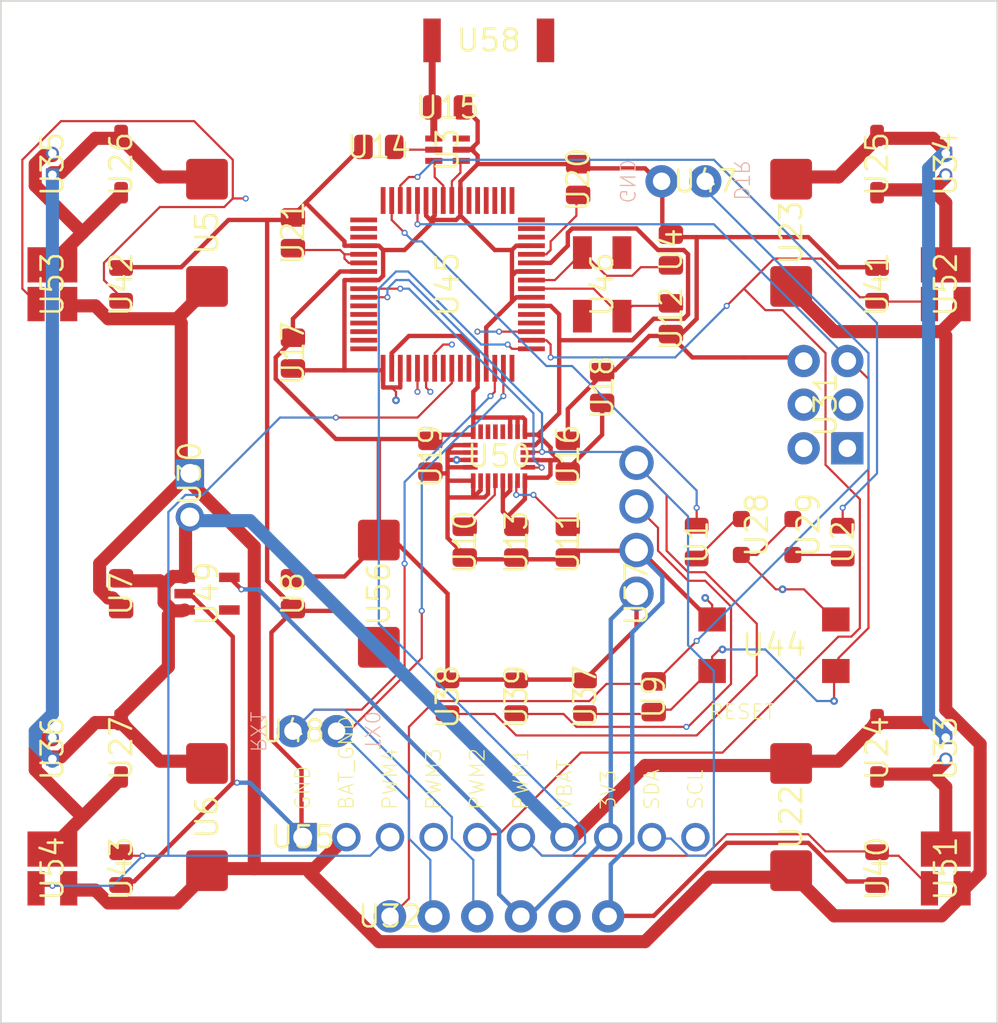
<source format=kicad_pcb>
(kicad_pcb (version 20171130) (host pcbnew 5.1.5-52549c5~84~ubuntu18.04.1)
  (layers (0 Top signal) (1 Route2 signal) (2 Route15 signal) (31 Bottom signal) (34 B.Paste user) (35 F.Paste user) (36 B.SilkS user) (37 F.SilkS user) (38 B.Mask user) (39 F.Mask user hide) (44 Edge.Cuts user))
  (net 0 "")
  (net 1 3V3)
  (net 2 GND)
  (net 3 VBAT)
  (net 4 BAT_GND)
  (net 5 "Net-(B1-Pad3)")
  (net 6 "Net-(B1-Pad4)")
  (net 7 "Net-(C3-Pad1)")
  (net 8 "Net-(C1-Pad1)")
  (net 9 "Net-(C2-Pad1)")
  (net 10 /PWM3)
  (net 11 /PWM2)
  (net 12 /PWM1)
  (net 13 /TX0)
  (net 14 /RX0)
  (net 15 /PWM4)
  (net 16 /MISO)
  (net 17 /MOSI)
  (net 18 /SCK)
  (net 19 /SDA)
  (net 20 /SCL)
  (net 21 "Net-(C4-Pad1)")
  (net 22 /RESET)
  (net 23 "Net-(D1-PadA)")
  (net 24 "Net-(C18-Pad1)")
  (net 25 "Net-(C19-Pad1)")
  (net 26 "Net-(B1-Pad2)")
  (net 27 "Net-(B1-Pad1)")
  (net 28 "Net-(D2-PadA)")
  (net 29 "Net-(D3-PadA)")
  (net 30 "Net-(D4-PadA)")
  (net 31 /DTR)
  (net 32 "Net-(D7-Pad1)")
  (net 33 "Net-(D8-Pad2)")
  (net 34 /LED2)
  (net 35 /LED1)
  (module quadcopter:RESC2012X60_HS (layer Top) (at 160.0011 106.7536 90)
    (fp_text reference "U1" (at 0 0 90) (layer F.SilkS) (effects (font (size 1.27 1.27))))
    (fp_text value "" (at 0 0 90) (layer F.SilkS) (effects (font (size 1.27 1.27))))
    (pad 1 smd roundrect (at -0.955 0 270) (size 0.92 1.38) (layers Top F.Mask) (net 32 "Net-(D7-Pad1)"))
    (pad 2 smd roundrect (at 0.955 0 90) (size 0.92 1.38) (layers Top F.Mask) (net 34 /LED2))
  )
  (module quadcopter:RESC2012X60_HS (layer Top) (at 168.5011 106.7536 90)
    (fp_text reference "U2" (at 0 0 90) (layer F.SilkS) (effects (font (size 1.27 1.27))))
    (fp_text value "" (at 0 0 90) (layer F.SilkS) (effects (font (size 1.27 1.27))))
    (pad 1 smd roundrect (at -0.955 0 270) (size 0.92 1.38) (layers Top F.Mask) (net 33 "Net-(D8-Pad2)"))
    (pad 2 smd roundrect (at 0.955 0 90) (size 0.92 1.38) (layers Top F.Mask) (net 35 /LED1))
  )
  (module quadcopter:BALUN (layer Top) (at 145.5011 83.9162 270)
    (fp_text reference "U3" (at 0 0 270) (layer F.SilkS) (effects (font (size 1.27 1.27))))
    (fp_text value "" (at 0 0 270) (layer F.SilkS) (effects (font (size 1.27 1.27))))
    (pad 6 smd rect (at -0.65 -0.8 270) (size 0.35 1) (layers Top F.Paste F.Mask))
    (pad 5 smd rect (at 0 -0.8 270) (size 0.35 1) (layers Top F.Paste F.Mask) (net 2 GND))
    (pad 4 smd rect (at 0.65 -0.8 270) (size 0.35 1) (layers Top F.Paste F.Mask) (net 6 "Net-(B1-Pad4)"))
    (pad 3 smd rect (at 0.65 0.8 270) (size 0.35 1) (layers Top F.Paste F.Mask) (net 5 "Net-(B1-Pad3)"))
    (pad 2 smd rect (at 0 0.8 270) (size 0.35 1) (layers Top F.Paste F.Mask) (net 26 "Net-(B1-Pad2)"))
    (pad 1 smd rect (at -0.65 0.8 270) (size 0.35 1) (layers Top F.Paste F.Mask) (net 27 "Net-(B1-Pad1)"))
  )
  (module quadcopter:CAPC2012X140_HS (layer Top) (at 158.5011 89.7536 90)
    (fp_text reference "U4" (at 0 0 90) (layer F.SilkS) (effects (font (size 1.27 1.27))))
    (fp_text value "" (at 0 0 90) (layer F.SilkS) (effects (font (size 1.27 1.27))))
    (pad 2 smd roundrect (at 0.895 0 90) (size 1.08 1.42) (layers Top F.Mask) (roundrect_rratio 0.23) (net 2 GND))
    (pad 1 smd roundrect (at -0.895 0 270) (size 1.08 1.42) (layers Top F.Mask) (roundrect_rratio 0.23) (net 8 "Net-(C1-Pad1)"))
  )
  (module quadcopter:CAPMP7343X310_HS (layer Top) (at 131.5011 88.7536 270)
    (fp_text reference "U5" (at 0 0 270) (layer F.SilkS) (effects (font (size 1.27 1.27))))
    (fp_text value "" (at 0 0 270) (layer F.SilkS) (effects (font (size 1.27 1.27))))
    (pad 2 smd roundrect (at 3.12 0 270) (size 2.37 2.43) (layers Top F.Mask) (roundrect_rratio 0.105) (net 4 BAT_GND))
    (pad 1 smd roundrect (at -3.12 0 90) (size 2.37 2.43) (layers Top F.Mask) (roundrect_rratio 0.105) (net 3 VBAT))
  )
  (module quadcopter:CAPMP7343X310_HS (layer Top) (at 131.5011 122.7536 270)
    (fp_text reference "U6" (at 0 0 270) (layer F.SilkS) (effects (font (size 1.27 1.27))))
    (fp_text value "" (at 0 0 270) (layer F.SilkS) (effects (font (size 1.27 1.27))))
    (pad 2 smd roundrect (at 3.12 0 270) (size 2.37 2.43) (layers Top F.Mask) (roundrect_rratio 0.105) (net 4 BAT_GND))
    (pad 1 smd roundrect (at -3.12 0 90) (size 2.37 2.43) (layers Top F.Mask) (roundrect_rratio 0.105) (net 3 VBAT))
  )
  (module quadcopter:CAPC2012X140_HS (layer Top) (at 126.5011 109.7536 270)
    (fp_text reference "U7" (at 0 0 270) (layer F.SilkS) (effects (font (size 1.27 1.27))))
    (fp_text value "" (at 0 0 270) (layer F.SilkS) (effects (font (size 1.27 1.27))))
    (pad 2 smd roundrect (at 0.895 0 270) (size 1.08 1.42) (layers Top F.Mask) (roundrect_rratio 0.23) (net 4 BAT_GND))
    (pad 1 smd roundrect (at -0.895 0 90) (size 1.08 1.42) (layers Top F.Mask) (roundrect_rratio 0.23) (net 3 VBAT))
  )
  (module quadcopter:CAPC2012X140_HS (layer Top) (at 136.5011 109.7536 270)
    (fp_text reference "U8" (at 0 0 270) (layer F.SilkS) (effects (font (size 1.27 1.27))))
    (fp_text value "" (at 0 0 270) (layer F.SilkS) (effects (font (size 1.27 1.27))))
    (pad 2 smd roundrect (at 0.895 0 270) (size 1.08 1.42) (layers Top F.Mask) (roundrect_rratio 0.23) (net 2 GND))
    (pad 1 smd roundrect (at -0.895 0 90) (size 1.08 1.42) (layers Top F.Mask) (roundrect_rratio 0.23) (net 1 3V3))
  )
  (module quadcopter:CAPC2012X140_HS (layer Top) (at 157.5011 115.7536 270)
    (fp_text reference "U9" (at 0 0 270) (layer F.SilkS) (effects (font (size 1.27 1.27))))
    (fp_text value "" (at 0 0 270) (layer F.SilkS) (effects (font (size 1.27 1.27))))
    (pad 2 smd roundrect (at 0.895 0 270) (size 1.08 1.42) (layers Top F.Mask) (roundrect_rratio 0.23) (net 22 /RESET))
    (pad 1 smd roundrect (at -0.895 0 90) (size 1.08 1.42) (layers Top F.Mask) (roundrect_rratio 0.23) (net 31 /DTR))
  )
  (module quadcopter:CAPC2012X140_HS (layer Top) (at 146.5011 106.7536 270)
    (fp_text reference "U10" (at 0 0 270) (layer F.SilkS) (effects (font (size 1.27 1.27))))
    (fp_text value "" (at 0 0 270) (layer F.SilkS) (effects (font (size 1.27 1.27))))
    (pad 2 smd roundrect (at 0.895 0 270) (size 1.08 1.42) (layers Top F.Mask) (roundrect_rratio 0.23) (net 2 GND))
    (pad 1 smd roundrect (at -0.895 0 90) (size 1.08 1.42) (layers Top F.Mask) (roundrect_rratio 0.23) (net 24 "Net-(C18-Pad1)"))
  )
  (module quadcopter:CAPC2012X140_HS (layer Top) (at 152.5011 106.7536 270)
    (fp_text reference "U11" (at 0 0 270) (layer F.SilkS) (effects (font (size 1.27 1.27))))
    (fp_text value "" (at 0 0 270) (layer F.SilkS) (effects (font (size 1.27 1.27))))
    (pad 2 smd roundrect (at 0.895 0 270) (size 1.08 1.42) (layers Top F.Mask) (roundrect_rratio 0.23) (net 2 GND))
    (pad 1 smd roundrect (at -0.895 0 90) (size 1.08 1.42) (layers Top F.Mask) (roundrect_rratio 0.23) (net 25 "Net-(C19-Pad1)"))
  )
  (module quadcopter:CAPC2012X140_HS (layer Top) (at 158.5011 93.7536 270)
    (fp_text reference "U12" (at 0 0 270) (layer F.SilkS) (effects (font (size 1.27 1.27))))
    (fp_text value "" (at 0 0 270) (layer F.SilkS) (effects (font (size 1.27 1.27))))
    (pad 2 smd roundrect (at 0.895 0 270) (size 1.08 1.42) (layers Top F.Mask) (roundrect_rratio 0.23) (net 2 GND))
    (pad 1 smd roundrect (at -0.895 0 90) (size 1.08 1.42) (layers Top F.Mask) (roundrect_rratio 0.23) (net 9 "Net-(C2-Pad1)"))
  )
  (module quadcopter:CAPC2012X140_HS (layer Top) (at 149.5011 106.7536 270)
    (fp_text reference "U13" (at 0 0 270) (layer F.SilkS) (effects (font (size 1.27 1.27))))
    (fp_text value "" (at 0 0 270) (layer F.SilkS) (effects (font (size 1.27 1.27))))
    (pad 2 smd roundrect (at 0.895 0 270) (size 1.08 1.42) (layers Top F.Mask) (roundrect_rratio 0.23) (net 2 GND))
    (pad 1 smd roundrect (at -0.895 0 90) (size 1.08 1.42) (layers Top F.Mask) (roundrect_rratio 0.23) (net 1 3V3))
  )
  (module quadcopter:CAPC2012X140_HS (layer Top) (at 141.5011 83.7536 180)
    (fp_text reference "U14" (at 0 0 180) (layer F.SilkS) (effects (font (size 1.27 1.27))))
    (fp_text value "" (at 0 0 180) (layer F.SilkS) (effects (font (size 1.27 1.27))))
    (pad 2 smd roundrect (at 0.895 0 180) (size 1.08 1.42) (layers Top F.Mask) (roundrect_rratio 0.23) (net 2 GND))
    (pad 1 smd roundrect (at -0.895 0) (size 1.08 1.42) (layers Top F.Mask) (roundrect_rratio 0.23) (net 26 "Net-(B1-Pad2)"))
  )
  (module quadcopter:CAPC2012X140_HS (layer Top) (at 145.5011 81.4536)
    (fp_text reference "U15" (at 0 0) (layer F.SilkS) (effects (font (size 1.27 1.27))))
    (fp_text value "" (at 0 0) (layer F.SilkS) (effects (font (size 1.27 1.27))))
    (pad 2 smd roundrect (at 0.895 0) (size 1.08 1.42) (layers Top F.Mask) (roundrect_rratio 0.23) (net 2 GND))
    (pad 1 smd roundrect (at -0.895 0 180) (size 1.08 1.42) (layers Top F.Mask) (roundrect_rratio 0.23) (net 27 "Net-(B1-Pad1)"))
  )
  (module quadcopter:CAPC2012X140_HS (layer Top) (at 152.5011 101.7536 90)
    (fp_text reference "U16" (at 0 0 90) (layer F.SilkS) (effects (font (size 1.27 1.27))))
    (fp_text value "" (at 0 0 90) (layer F.SilkS) (effects (font (size 1.27 1.27))))
    (pad 2 smd roundrect (at 0.895 0 90) (size 1.08 1.42) (layers Top F.Mask) (roundrect_rratio 0.23) (net 2 GND))
    (pad 1 smd roundrect (at -0.895 0 270) (size 1.08 1.42) (layers Top F.Mask) (roundrect_rratio 0.23) (net 1 3V3))
  )
  (module quadcopter:CAPC2012X140_HS (layer Top) (at 136.5011 95.7536 270)
    (fp_text reference "U17" (at 0 0 270) (layer F.SilkS) (effects (font (size 1.27 1.27))))
    (fp_text value "" (at 0 0 270) (layer F.SilkS) (effects (font (size 1.27 1.27))))
    (pad 2 smd roundrect (at 0.895 0 270) (size 1.08 1.42) (layers Top F.Mask) (roundrect_rratio 0.23) (net 2 GND))
    (pad 1 smd roundrect (at -0.895 0 90) (size 1.08 1.42) (layers Top F.Mask) (roundrect_rratio 0.23) (net 1 3V3))
  )
  (module quadcopter:CAPC2012X140_HS (layer Top) (at 154.5011 97.7536 90)
    (fp_text reference "U18" (at 0 0 90) (layer F.SilkS) (effects (font (size 1.27 1.27))))
    (fp_text value "" (at 0 0 90) (layer F.SilkS) (effects (font (size 1.27 1.27))))
    (pad 2 smd roundrect (at 0.895 0 90) (size 1.08 1.42) (layers Top F.Mask) (roundrect_rratio 0.23) (net 2 GND))
    (pad 1 smd roundrect (at -0.895 0 270) (size 1.08 1.42) (layers Top F.Mask) (roundrect_rratio 0.23) (net 1 3V3))
  )
  (module quadcopter:CAPC2012X140_HS (layer Top) (at 144.5011 101.7536 270)
    (fp_text reference "U19" (at 0 0 270) (layer F.SilkS) (effects (font (size 1.27 1.27))))
    (fp_text value "" (at 0 0 270) (layer F.SilkS) (effects (font (size 1.27 1.27))))
    (pad 2 smd roundrect (at 0.895 0 270) (size 1.08 1.42) (layers Top F.Mask) (roundrect_rratio 0.23) (net 2 GND))
    (pad 1 smd roundrect (at -0.895 0 90) (size 1.08 1.42) (layers Top F.Mask) (roundrect_rratio 0.23) (net 1 3V3))
  )
  (module quadcopter:CAPC2012X140_HS (layer Top) (at 153.1011 85.6536 90)
    (fp_text reference "U20" (at 0 0 90) (layer F.SilkS) (effects (font (size 1.27 1.27))))
    (fp_text value "" (at 0 0 90) (layer F.SilkS) (effects (font (size 1.27 1.27))))
    (pad 2 smd roundrect (at 0.895 0 90) (size 1.08 1.42) (layers Top F.Mask) (roundrect_rratio 0.23) (net 2 GND))
    (pad 1 smd roundrect (at -0.895 0 270) (size 1.08 1.42) (layers Top F.Mask) (roundrect_rratio 0.23) (net 7 "Net-(C3-Pad1)"))
  )
  (module quadcopter:CAPC2012X140_HS (layer Top) (at 136.5011 88.7536 90)
    (fp_text reference "U21" (at 0 0 90) (layer F.SilkS) (effects (font (size 1.27 1.27))))
    (fp_text value "" (at 0 0 90) (layer F.SilkS) (effects (font (size 1.27 1.27))))
    (pad 2 smd roundrect (at 0.895 0 90) (size 1.08 1.42) (layers Top F.Mask) (roundrect_rratio 0.23) (net 2 GND))
    (pad 1 smd roundrect (at -0.895 0 270) (size 1.08 1.42) (layers Top F.Mask) (roundrect_rratio 0.23) (net 21 "Net-(C4-Pad1)"))
  )
  (module quadcopter:CAPMP7343X310_HS (layer Top) (at 165.5011 122.7536 270)
    (fp_text reference "U22" (at 0 0 270) (layer F.SilkS) (effects (font (size 1.27 1.27))))
    (fp_text value "" (at 0 0 270) (layer F.SilkS) (effects (font (size 1.27 1.27))))
    (pad 2 smd roundrect (at 3.12 0 270) (size 2.37 2.43) (layers Top F.Mask) (roundrect_rratio 0.105) (net 4 BAT_GND))
    (pad 1 smd roundrect (at -3.12 0 90) (size 2.37 2.43) (layers Top F.Mask) (roundrect_rratio 0.105) (net 3 VBAT))
  )
  (module quadcopter:CAPMP7343X310_HS (layer Top) (at 165.5011 88.7536 270)
    (fp_text reference "U23" (at 0 0 270) (layer F.SilkS) (effects (font (size 1.27 1.27))))
    (fp_text value "" (at 0 0 270) (layer F.SilkS) (effects (font (size 1.27 1.27))))
    (pad 2 smd roundrect (at 3.12 0 270) (size 2.37 2.43) (layers Top F.Mask) (roundrect_rratio 0.105) (net 4 BAT_GND))
    (pad 1 smd roundrect (at -3.12 0 90) (size 2.37 2.43) (layers Top F.Mask) (roundrect_rratio 0.105) (net 3 VBAT))
  )
  (module quadcopter:SOD3716X135_HS (layer Top) (at 170.5011 118.7536 270)
    (fp_text reference "U24" (at 0 0 270) (layer F.SilkS) (effects (font (size 1.27 1.27))))
    (fp_text value "" (at 0 0 270) (layer F.SilkS) (effects (font (size 1.27 1.27))))
    (pad C smd roundrect (at -1.665 0 90) (size 1.25 0.8) (layers Top F.Mask) (net 3 VBAT))
    (pad A smd roundrect (at 1.665 0 270) (size 1.25 0.8) (layers Top F.Mask) (net 23 "Net-(D1-PadA)"))
  )
  (module quadcopter:SOD3716X135_HS (layer Top) (at 170.5011 84.7536 270)
    (fp_text reference "U25" (at 0 0 270) (layer F.SilkS) (effects (font (size 1.27 1.27))))
    (fp_text value "" (at 0 0 270) (layer F.SilkS) (effects (font (size 1.27 1.27))))
    (pad C smd roundrect (at -1.665 0 90) (size 1.25 0.8) (layers Top F.Mask) (net 3 VBAT))
    (pad A smd roundrect (at 1.665 0 270) (size 1.25 0.8) (layers Top F.Mask) (net 28 "Net-(D2-PadA)"))
  )
  (module quadcopter:SOD3716X135_HS (layer Top) (at 126.5011 84.7536 270)
    (fp_text reference "U26" (at 0 0 270) (layer F.SilkS) (effects (font (size 1.27 1.27))))
    (fp_text value "" (at 0 0 270) (layer F.SilkS) (effects (font (size 1.27 1.27))))
    (pad C smd roundrect (at -1.665 0 90) (size 1.25 0.8) (layers Top F.Mask) (net 3 VBAT))
    (pad A smd roundrect (at 1.665 0 270) (size 1.25 0.8) (layers Top F.Mask) (net 29 "Net-(D3-PadA)"))
  )
  (module quadcopter:SOD3716X135_HS (layer Top) (at 126.5011 118.7536 270)
    (fp_text reference "U27" (at 0 0 270) (layer F.SilkS) (effects (font (size 1.27 1.27))))
    (fp_text value "" (at 0 0 270) (layer F.SilkS) (effects (font (size 1.27 1.27))))
    (pad C smd roundrect (at -1.665 0 90) (size 1.25 0.8) (layers Top F.Mask) (net 3 VBAT))
    (pad A smd roundrect (at 1.665 0 270) (size 1.25 0.8) (layers Top F.Mask) (net 30 "Net-(D4-PadA)"))
  )
  (module quadcopter:LEDSC125X200X120-2_HS (layer Top) (at 163.5011 105.7536 270)
    (fp_text reference "U28" (at 0 0 270) (layer F.SilkS) (effects (font (size 1.27 1.27))))
    (fp_text value "" (at 0 0 270) (layer F.SilkS) (effects (font (size 1.27 1.27))))
    (pad 1 smd roundrect (at -0.345 0.9 90) (size 0.94 0.99) (layers Top F.Mask) (roundrect_rratio 0.255) (net 32 "Net-(D7-Pad1)"))
    (pad 2 smd roundrect (at 1.745 0.9 270) (size 0.94 0.99) (layers Top F.Mask) (roundrect_rratio 0.255) (net 2 GND))
  )
  (module quadcopter:LEDSC125X200X120-2_HS (layer Top) (at 166.5011 105.7536 270)
    (fp_text reference "U29" (at 0 0 270) (layer F.SilkS) (effects (font (size 1.27 1.27))))
    (fp_text value "" (at 0 0 270) (layer F.SilkS) (effects (font (size 1.27 1.27))))
    (pad 1 smd roundrect (at -0.345 0.9 90) (size 0.94 0.99) (layers Top F.Mask) (roundrect_rratio 0.255) (net 2 GND))
    (pad 2 smd roundrect (at 1.745 0.9 270) (size 0.94 0.99) (layers Top F.Mask) (roundrect_rratio 0.255) (net 33 "Net-(D8-Pad2)"))
  )
  (module quadcopter:MALE_HEADER_2X1_0.1IN (layer Top) (at 130.5011 102.7536 270)
    (fp_text reference "U30" (at 0 0 270) (layer F.SilkS) (effects (font (size 1.27 1.27))))
    (fp_text value "" (at 0 0 270) (layer F.SilkS) (effects (font (size 1.27 1.27))))
    (pad 2 thru_hole circle (at 2.54 0 350) (size 1.65 1.65) (drill 1.1) (layers *.Cu *.Mask) (net 3 VBAT))
    (pad 1 thru_hole rect (at 0 0 270) (size 1.65 1.65) (drill 1.1) (layers *.Cu *.Mask) (net 4 BAT_GND))
  )
  (module quadcopter:2X3-NS (layer Top) (at 167.5011 98.7536 90)
    (fp_text reference "U31" (at 0 0 90) (layer F.SilkS) (effects (font (size 1.27 1.27))))
    (fp_text value "" (at 0 0 90) (layer F.SilkS) (effects (font (size 1.27 1.27))))
    (pad 6 thru_hole circle (at 2.54 -1.27 90) (size 1.8796 1.8796) (drill 1.016) (layers *.Cu *.Mask) (net 2 GND))
    (pad 5 thru_hole circle (at 2.54 1.27 90) (size 1.8796 1.8796) (drill 1.016) (layers *.Cu *.Mask) (net 22 /RESET))
    (pad 4 thru_hole circle (at 0 -1.27 90) (size 1.8796 1.8796) (drill 1.016) (layers *.Cu *.Mask) (net 17 /MOSI))
    (pad 3 thru_hole circle (at 0 1.27 90) (size 1.8796 1.8796) (drill 1.016) (layers *.Cu *.Mask) (net 18 /SCK))
    (pad 2 thru_hole circle (at -2.54 -1.27 90) (size 1.8796 1.8796) (drill 1.016) (layers *.Cu *.Mask))
    (pad 1 thru_hole rect (at -2.54 1.27 90) (size 1.8796 1.8796) (drill 1.016) (layers *.Cu *.Mask) (net 16 /MISO))
  )
  (module quadcopter:FTDI_BASIC (layer Top) (at 142.1511 128.5336)
    (fp_text reference "U32" (at 0 0) (layer F.SilkS) (effects (font (size 1.27 1.27))))
    (fp_text value "" (at 0 0) (layer F.SilkS) (effects (font (size 1.27 1.27))))
    (pad VCC thru_hole circle (at 7.62 0 90) (size 1.8796 1.8796) (drill 1.016) (layers *.Cu *.Mask) (net 1 3V3))
    (pad TXO thru_hole circle (at 5.08 0 90) (size 1.8796 1.8796) (drill 1.016) (layers *.Cu *.Mask) (net 14 /RX0))
    (pad RXI thru_hole circle (at 2.54 0 90) (size 1.8796 1.8796) (drill 1.016) (layers *.Cu *.Mask) (net 13 /TX0))
    (pad GND thru_hole circle (at 12.7 0 90) (size 1.8796 1.8796) (drill 1.016) (layers *.Cu *.Mask) (net 2 GND))
    (pad DTR thru_hole circle (at 0 0 90) (size 1.8796 1.8796) (drill 1.016) (layers *.Cu *.Mask) (net 31 /DTR))
    (pad CTS thru_hole circle (at 10.16 0 90) (size 1.8796 1.8796) (drill 1.016) (layers *.Cu *.Mask))
  )
  (module quadcopter:MOLEX-0530470210 (layer Top) (at 174.5011 118.7536 90)
    (fp_text reference "U33" (at 0 0 90) (layer F.SilkS) (effects (font (size 1.27 1.27))))
    (fp_text value "" (at 0 0 90) (layer F.SilkS) (effects (font (size 1.27 1.27))))
    (pad 2 thru_hole circle (at -0.625 0 90) (size 0.75 0.75) (drill 0.5) (layers *.Cu *.Mask) (net 23 "Net-(D1-PadA)"))
    (pad 1 thru_hole rect (at 0.625 0 90) (size 0.75 0.75) (drill 0.5) (layers *.Cu *.Mask) (net 3 VBAT))
  )
  (module quadcopter:MOLEX-0530470210 (layer Top) (at 174.5011 84.7536 90)
    (fp_text reference "U34" (at 0 0 90) (layer F.SilkS) (effects (font (size 1.27 1.27))))
    (fp_text value "" (at 0 0 90) (layer F.SilkS) (effects (font (size 1.27 1.27))))
    (pad 2 thru_hole circle (at -0.625 0 90) (size 0.75 0.75) (drill 0.5) (layers *.Cu *.Mask) (net 28 "Net-(D2-PadA)"))
    (pad 1 thru_hole rect (at 0.625 0 90) (size 0.75 0.75) (drill 0.5) (layers *.Cu *.Mask) (net 3 VBAT))
  )
  (module quadcopter:MOLEX-0530470210 (layer Top) (at 122.5011 84.7536 270)
    (fp_text reference "U35" (at 0 0 270) (layer F.SilkS) (effects (font (size 1.27 1.27))))
    (fp_text value "" (at 0 0 270) (layer F.SilkS) (effects (font (size 1.27 1.27))))
    (pad 2 thru_hole circle (at -0.625 0 270) (size 0.75 0.75) (drill 0.5) (layers *.Cu *.Mask) (net 29 "Net-(D3-PadA)"))
    (pad 1 thru_hole rect (at 0.625 0 270) (size 0.75 0.75) (drill 0.5) (layers *.Cu *.Mask) (net 3 VBAT))
  )
  (module quadcopter:MOLEX-0530470210 (layer Top) (at 122.5011 118.7536 270)
    (fp_text reference "U36" (at 0 0 270) (layer F.SilkS) (effects (font (size 1.27 1.27))))
    (fp_text value "" (at 0 0 270) (layer F.SilkS) (effects (font (size 1.27 1.27))))
    (pad 2 thru_hole circle (at -0.625 0 270) (size 0.75 0.75) (drill 0.5) (layers *.Cu *.Mask) (net 30 "Net-(D4-PadA)"))
    (pad 1 thru_hole rect (at 0.625 0 270) (size 0.75 0.75) (drill 0.5) (layers *.Cu *.Mask) (net 3 VBAT))
  )
  (module quadcopter:RESC2012X60_HS (layer Top) (at 153.5011 115.7536 90)
    (fp_text reference "U37" (at 0 0 90) (layer F.SilkS) (effects (font (size 1.27 1.27))))
    (fp_text value "" (at 0 0 90) (layer F.SilkS) (effects (font (size 1.27 1.27))))
    (pad 1 smd roundrect (at -0.955 0 270) (size 0.92 1.38) (layers Top F.Mask) (net 22 /RESET))
    (pad 2 smd roundrect (at 0.955 0 90) (size 0.92 1.38) (layers Top F.Mask) (net 1 3V3))
  )
  (module quadcopter:RESC2012X60_HS (layer Top) (at 145.5011 115.7536 90)
    (fp_text reference "U38" (at 0 0 90) (layer F.SilkS) (effects (font (size 1.27 1.27))))
    (fp_text value "" (at 0 0 90) (layer F.SilkS) (effects (font (size 1.27 1.27))))
    (pad 1 smd roundrect (at -0.955 0 270) (size 0.92 1.38) (layers Top F.Mask) (net 19 /SDA))
    (pad 2 smd roundrect (at 0.955 0 90) (size 0.92 1.38) (layers Top F.Mask) (net 1 3V3))
  )
  (module quadcopter:RESC2012X60_HS (layer Top) (at 149.5011 115.7536 90)
    (fp_text reference "U39" (at 0 0 90) (layer F.SilkS) (effects (font (size 1.27 1.27))))
    (fp_text value "" (at 0 0 90) (layer F.SilkS) (effects (font (size 1.27 1.27))))
    (pad 1 smd roundrect (at -0.955 0 270) (size 0.92 1.38) (layers Top F.Mask) (net 20 /SCL))
    (pad 2 smd roundrect (at 0.955 0 90) (size 0.92 1.38) (layers Top F.Mask) (net 1 3V3))
  )
  (module quadcopter:RESC2012X60_HS (layer Top) (at 170.5011 125.7536 270)
    (fp_text reference "U40" (at 0 0 270) (layer F.SilkS) (effects (font (size 1.27 1.27))))
    (fp_text value "" (at 0 0 270) (layer F.SilkS) (effects (font (size 1.27 1.27))))
    (pad 1 smd roundrect (at -0.955 0 90) (size 0.92 1.38) (layers Top F.Mask) (net 12 /PWM1))
    (pad 2 smd roundrect (at 0.955 0 270) (size 0.92 1.38) (layers Top F.Mask) (net 2 GND))
  )
  (module quadcopter:RESC2012X60_HS (layer Top) (at 170.5011 91.7536 90)
    (fp_text reference "U41" (at 0 0 90) (layer F.SilkS) (effects (font (size 1.27 1.27))))
    (fp_text value "" (at 0 0 90) (layer F.SilkS) (effects (font (size 1.27 1.27))))
    (pad 1 smd roundrect (at -0.955 0 270) (size 0.92 1.38) (layers Top F.Mask) (net 11 /PWM2))
    (pad 2 smd roundrect (at 0.955 0 90) (size 0.92 1.38) (layers Top F.Mask) (net 2 GND))
  )
  (module quadcopter:RESC2012X60_HS (layer Top) (at 126.5011 91.7536 90)
    (fp_text reference "U42" (at 0 0 90) (layer F.SilkS) (effects (font (size 1.27 1.27))))
    (fp_text value "" (at 0 0 90) (layer F.SilkS) (effects (font (size 1.27 1.27))))
    (pad 1 smd roundrect (at -0.955 0 270) (size 0.92 1.38) (layers Top F.Mask) (net 10 /PWM3))
    (pad 2 smd roundrect (at 0.955 0 90) (size 0.92 1.38) (layers Top F.Mask) (net 2 GND))
  )
  (module quadcopter:RESC2012X60_HS (layer Top) (at 126.5011 125.7536 270)
    (fp_text reference "U43" (at 0 0 270) (layer F.SilkS) (effects (font (size 1.27 1.27))))
    (fp_text value "" (at 0 0 270) (layer F.SilkS) (effects (font (size 1.27 1.27))))
    (pad 1 smd roundrect (at -0.955 0 90) (size 0.92 1.38) (layers Top F.Mask) (net 15 /PWM4))
    (pad 2 smd roundrect (at 0.955 0 270) (size 0.92 1.38) (layers Top F.Mask) (net 2 GND))
  )
  (module quadcopter:4.5MM_TACTILE_SWITCH_TL3305AF160QG (layer Top) (at 164.5011 112.7536 180)
    (fp_text reference "U44" (at 0 0 180) (layer F.SilkS) (effects (font (size 1.27 1.27))))
    (fp_text value "" (at 0 0 180) (layer F.SilkS) (effects (font (size 1.27 1.27))))
    (pad 4 smd rect (at 3.6 -1.5 270) (size 1.4 1.6) (layers Top F.Paste F.Mask) (net 22 /RESET))
    (pad 3 smd rect (at -3.6 -1.5 270) (size 1.4 1.6) (layers Top F.Paste F.Mask) (net 22 /RESET))
    (pad 2 smd rect (at 3.6 1.5 270) (size 1.4 1.6) (layers Top F.Paste F.Mask) (net 2 GND))
    (pad 1 smd rect (at -3.6 1.5 270) (size 1.4 1.6) (layers Top F.Paste F.Mask) (net 2 GND))
  )
  (module quadcopter:QFN-64 (layer Top) (at 145.5011 91.7536 270)
    (fp_text reference "U45" (at 0 0 270) (layer F.SilkS) (effects (font (size 1.27 1.27))))
    (fp_text value "" (at 0 0 270) (layer F.SilkS) (effects (font (size 1.27 1.27))))
    (pad 9 smd rect (at -4.881 0.25 180) (size 0.28 1.562) (layers Top F.Paste F.Mask) (net 5 "Net-(B1-Pad3)"))
    (pad 8 smd rect (at -4.881 -0.25 180) (size 0.28 1.562) (layers Top F.Paste F.Mask) (net 6 "Net-(B1-Pad4)"))
    (pad 7 smd rect (at -4.881 -0.75 180) (size 0.28 1.562) (layers Top F.Paste F.Mask) (net 2 GND))
    (pad 64 smd rect (at -3.75 -4.881 270) (size 0.28 1.562) (layers Top F.Paste F.Mask))
    (pad 63 smd rect (at -3.25 -4.881 270) (size 0.28 1.562) (layers Top F.Paste F.Mask))
    (pad 62 smd rect (at -2.75 -4.881 270) (size 0.28 1.562) (layers Top F.Paste F.Mask))
    (pad 61 smd rect (at -2.25 -4.881 270) (size 0.28 1.562) (layers Top F.Paste F.Mask) (net 2 GND))
    (pad 60 smd rect (at -1.75 -4.881 270) (size 0.28 1.562) (layers Top F.Paste F.Mask) (net 7 "Net-(C3-Pad1)"))
    (pad 6 smd rect (at -4.881 -1.25 180) (size 0.28 1.562) (layers Top F.Paste F.Mask))
    (pad 59 smd rect (at -1.25 -4.881 270) (size 0.28 1.562) (layers Top F.Paste F.Mask) (net 1 3V3))
    (pad 58 smd rect (at -0.75 -4.881 270) (size 0.28 1.562) (layers Top F.Paste F.Mask) (net 2 GND))
    (pad 57 smd rect (at -0.25 -4.881 270) (size 0.28 1.562) (layers Top F.Paste F.Mask) (net 8 "Net-(C1-Pad1)"))
    (pad 56 smd rect (at 0.25 -4.881 270) (size 0.28 1.562) (layers Top F.Paste F.Mask) (net 9 "Net-(C2-Pad1)"))
    (pad 55 smd rect (at 0.75 -4.881 270) (size 0.28 1.562) (layers Top F.Paste F.Mask) (net 2 GND))
    (pad 54 smd rect (at 1.25 -4.881 270) (size 0.28 1.562) (layers Top F.Paste F.Mask) (net 1 3V3))
    (pad 53 smd rect (at 1.75 -4.881 270) (size 0.28 1.562) (layers Top F.Paste F.Mask))
    (pad 52 smd rect (at 2.25 -4.881 270) (size 0.28 1.562) (layers Top F.Paste F.Mask))
    (pad 51 smd rect (at 2.75 -4.881 270) (size 0.28 1.562) (layers Top F.Paste F.Mask) (net 10 /PWM3))
    (pad 50 smd rect (at 3.25 -4.881 270) (size 0.28 1.562) (layers Top F.Paste F.Mask) (net 11 /PWM2))
    (pad 5 smd rect (at -4.881 -1.75 180) (size 0.28 1.562) (layers Top F.Paste F.Mask))
    (pad 49 smd rect (at 3.75 -4.881 270) (size 0.28 1.562) (layers Top F.Paste F.Mask) (net 12 /PWM1))
    (pad 48 smd rect (at 4.881 -3.75) (size 0.28 1.562) (layers Top F.Paste F.Mask))
    (pad 47 smd rect (at 4.881 -3.25) (size 0.28 1.562) (layers Top F.Paste F.Mask) (net 13 /TX0))
    (pad 46 smd rect (at 4.881 -2.75) (size 0.28 1.562) (layers Top F.Paste F.Mask) (net 14 /RX0))
    (pad 45 smd rect (at 4.881 -2.25) (size 0.28 1.562) (layers Top F.Paste F.Mask) (net 2 GND))
    (pad 44 smd rect (at 4.881 -1.75) (size 0.28 1.562) (layers Top F.Paste F.Mask) (net 1 3V3))
    (pad 43 smd rect (at 4.881 -1.25) (size 0.28 1.562) (layers Top F.Paste F.Mask))
    (pad 42 smd rect (at 4.881 -0.75) (size 0.28 1.562) (layers Top F.Paste F.Mask))
    (pad 41 smd rect (at 4.881 -0.25) (size 0.28 1.562) (layers Top F.Paste F.Mask) (net 15 /PWM4))
    (pad 40 smd rect (at 4.881 0.25) (size 0.28 1.562) (layers Top F.Paste F.Mask))
    (pad 4 smd rect (at -4.881 -2.25 180) (size 0.28 1.562) (layers Top F.Paste F.Mask))
    (pad 39 smd rect (at 4.881 0.75) (size 0.28 1.562) (layers Top F.Paste F.Mask) (net 16 /MISO))
    (pad 38 smd rect (at 4.881 1.25) (size 0.28 1.562) (layers Top F.Paste F.Mask) (net 17 /MOSI))
    (pad 37 smd rect (at 4.881 1.75) (size 0.28 1.562) (layers Top F.Paste F.Mask) (net 18 /SCK))
    (pad 36 smd rect (at 4.881 2.25) (size 0.28 1.562) (layers Top F.Paste F.Mask))
    (pad 35 smd rect (at 4.881 2.75) (size 0.28 1.562) (layers Top F.Paste F.Mask) (net 2 GND))
    (pad 34 smd rect (at 4.881 3.25) (size 0.28 1.562) (layers Top F.Paste F.Mask) (net 1 3V3))
    (pad 33 smd rect (at 4.881 3.75) (size 0.28 1.562) (layers Top F.Paste F.Mask) (net 2 GND))
    (pad 32 smd rect (at 3.75 4.881 270) (size 0.28 1.562) (layers Top F.Paste F.Mask))
    (pad 31 smd rect (at 3.25 4.881 270) (size 0.28 1.562) (layers Top F.Paste F.Mask))
    (pad 30 smd rect (at 2.75 4.881 270) (size 0.28 1.562) (layers Top F.Paste F.Mask))
    (pad 3 smd rect (at -4.881 -2.75 180) (size 0.28 1.562) (layers Top F.Paste F.Mask))
    (pad 29 smd rect (at 2.25 4.881 270) (size 0.28 1.562) (layers Top F.Paste F.Mask))
    (pad 28 smd rect (at 1.75 4.881 90) (size 0.28 1.562) (layers Top F.Paste F.Mask))
    (pad 27 smd rect (at 1.25 4.881 90) (size 0.28 1.562) (layers Top F.Paste F.Mask))
    (pad 26 smd rect (at 0.75 4.881 90) (size 0.28 1.562) (layers Top F.Paste F.Mask) (net 19 /SDA))
    (pad 25 smd rect (at 0.25 4.881 90) (size 0.28 1.562) (layers Top F.Paste F.Mask) (net 20 /SCL))
    (pad 24 smd rect (at -0.25 4.881 90) (size 0.28 1.562) (layers Top F.Paste F.Mask) (net 2 GND))
    (pad 23 smd rect (at -0.75 4.881 90) (size 0.28 1.562) (layers Top F.Paste F.Mask) (net 1 3V3))
    (pad 22 smd rect (at -1.25 4.881 90) (size 0.28 1.562) (layers Top F.Paste F.Mask) (net 21 "Net-(C4-Pad1)"))
    (pad 21 smd rect (at -1.75 4.881 90) (size 0.28 1.562) (layers Top F.Paste F.Mask) (net 21 "Net-(C4-Pad1)"))
    (pad 20 smd rect (at -2.25 4.881 90) (size 0.28 1.562) (layers Top F.Paste F.Mask) (net 2 GND))
    (pad 2 smd rect (at -4.881 -3.25 180) (size 0.28 1.562) (layers Top F.Paste F.Mask))
    (pad 19 smd rect (at -2.75 4.881 90) (size 0.28 1.562) (layers Top F.Paste F.Mask))
    (pad 18 smd rect (at -3.25 4.881 90) (size 0.28 1.562) (layers Top F.Paste F.Mask))
    (pad 17 smd rect (at -3.75 4.881 90) (size 0.28 1.562) (layers Top F.Paste F.Mask))
    (pad 16 smd rect (at -4.881 3.75) (size 0.28 1.562) (layers Top F.Paste F.Mask))
    (pad 15 smd rect (at -4.881 3.25) (size 0.28 1.562) (layers Top F.Paste F.Mask) (net 34 /LED2))
    (pad 14 smd rect (at -4.881 2.75 180) (size 0.28 1.562) (layers Top F.Paste F.Mask) (net 35 /LED1))
    (pad 13 smd rect (at -4.881 2.25 180) (size 0.28 1.562) (layers Top F.Paste F.Mask))
    (pad 12 smd rect (at -4.881 1.75 180) (size 0.28 1.562) (layers Top F.Paste F.Mask) (net 22 /RESET))
    (pad 11 smd rect (at -4.881 1.25 180) (size 0.28 1.562) (layers Top F.Paste F.Mask) (net 2 GND))
    (pad 10 smd rect (at -4.881 0.75 180) (size 0.28 1.562) (layers Top F.Paste F.Mask) (net 2 GND))
    (pad 1 smd rect (at -4.881 -3.75 180) (size 0.28 1.562) (layers Top F.Paste F.Mask))
  )
  (module quadcopter:CRYSTAL-SMD-5X3 (layer Top) (at 154.5011 91.7536 270)
    (fp_text reference "U46" (at 0 0 270) (layer F.SilkS) (effects (font (size 1.27 1.27))))
    (fp_text value "" (at 0 0 270) (layer F.SilkS) (effects (font (size 1.27 1.27))))
    (pad 4 smd rect (at -1.85 -1.15 270) (size 1.9 1.1) (layers Top F.Paste F.Mask))
    (pad 3 smd rect (at 1.85 -1.15 270) (size 1.9 1.1) (layers Top F.Paste F.Mask) (net 9 "Net-(C2-Pad1)"))
    (pad 2 smd rect (at 1.85 1.15 270) (size 1.9 1.1) (layers Top F.Paste F.Mask))
    (pad 1 smd rect (at -1.85 1.15 270) (size 1.9 1.1) (layers Top F.Paste F.Mask) (net 8 "Net-(C1-Pad1)"))
  )
  (module quadcopter:FTDI_BASIC_2PIN_2 (layer Bottom) (at 160.5011 85.7536 180)
    (fp_text reference "U47" (at 0 0 180) (layer F.SilkS) (effects (font (size 1.27 1.27))))
    (fp_text value "" (at 0 0 180) (layer F.SilkS) (effects (font (size 1.27 1.27))))
    (pad DTR thru_hole circle (at 0 0 90) (size 1.8796 1.8796) (drill 1.016) (layers *.Cu *.Mask) (net 31 /DTR))
    (pad CTS thru_hole circle (at 2.54 0 90) (size 1.8796 1.8796) (drill 1.016) (layers *.Cu *.Mask) (net 2 GND))
  )
  (module quadcopter:FTDI_BASIC_2PIN_1 (layer Bottom) (at 136.5011 117.7536)
    (fp_text reference "U48" (at 0 0) (layer F.SilkS) (effects (font (size 1.27 1.27))))
    (fp_text value "" (at 0 0) (layer F.SilkS) (effects (font (size 1.27 1.27))))
    (pad TXO thru_hole circle (at 0 0 270) (size 1.8796 1.8796) (drill 1.016) (layers *.Cu *.Mask) (net 14 /RX0))
    (pad RXI thru_hole circle (at 2.54 0 270) (size 1.8796 1.8796) (drill 1.016) (layers *.Cu *.Mask) (net 13 /TX0))
  )
  (module quadcopter:SOT23-DBV (layer Top) (at 131.5011 109.7536 270)
    (fp_text reference "U49" (at 0 0 270) (layer F.SilkS) (effects (font (size 1.27 1.27))))
    (fp_text value "" (at 0 0 270) (layer F.SilkS) (effects (font (size 1.27 1.27))))
    (pad 5 smd rect (at -0.95 -1.3 270) (size 0.55 1.2) (layers Top F.Paste F.Mask) (net 1 3V3))
    (pad 4 smd rect (at 0.95 -1.3 270) (size 0.55 1.2) (layers Top F.Paste F.Mask))
    (pad 3 smd rect (at 0.95 1.3 270) (size 0.55 1.2) (layers Top F.Paste F.Mask) (net 3 VBAT))
    (pad 2 smd rect (at 0 1.3 270) (size 0.55 1.2) (layers Top F.Paste F.Mask) (net 2 GND))
    (pad 1 smd rect (at -0.95 1.3 270) (size 0.55 1.2) (layers Top F.Paste F.Mask) (net 3 VBAT))
  )
  (module quadcopter:NEW_IMU_MEDIUM (layer Top) (at 148.5011 101.7536 180)
    (fp_text reference "U50" (at 0 0 180) (layer F.SilkS) (effects (font (size 1.27 1.27))))
    (fp_text value "" (at 0 0 180) (layer F.SilkS) (effects (font (size 1.27 1.27))))
    (pad VDDIO2 smd rect (at -1.675 -0.215) (size 0.85 0.27) (layers Top F.Paste F.Mask) (net 1 3V3))
    (pad VDDIO smd rect (at -1.505 -1.425 270) (size 0.85 0.27) (layers Top F.Paste F.Mask) (net 1 3V3))
    (pad VDD2 smd rect (at -0.645 -1.425 270) (size 0.85 0.27) (layers Top F.Paste F.Mask) (net 1 3V3))
    (pad VDD1 smd rect (at -0.215 -1.425 270) (size 0.85 0.27) (layers Top F.Paste F.Mask) (net 1 3V3))
    (pad SDO_M smd rect (at -1.505 1.425 90) (size 0.85 0.27) (layers Top F.Paste F.Mask) (net 1 3V3))
    (pad SDO_A/G smd rect (at -1.675 0.645) (size 0.85 0.27) (layers Top F.Paste F.Mask) (net 1 3V3))
    (pad SDA/SDI/SDO smd rect (at -1.675 0.215) (size 0.85 0.27) (layers Top F.Paste F.Mask) (net 19 /SDA))
    (pad SCL/SPC smd rect (at -1.675 -0.645) (size 0.85 0.27) (layers Top F.Paste F.Mask) (net 20 /SCL))
    (pad RES5 smd rect (at 1.505 -1.425 270) (size 0.85 0.27) (layers Top F.Paste F.Mask) (net 2 GND))
    (pad RES4 smd rect (at 1.675 -0.645 180) (size 0.85 0.27) (layers Top F.Paste F.Mask) (net 2 GND))
    (pad RES3 smd rect (at 1.675 -0.215 180) (size 0.85 0.27) (layers Top F.Paste F.Mask) (net 2 GND))
    (pad RES2 smd rect (at 1.675 0.215 180) (size 0.85 0.27) (layers Top F.Paste F.Mask) (net 2 GND))
    (pad RES1 smd rect (at 1.675 0.645 180) (size 0.85 0.27) (layers Top F.Paste F.Mask) (net 2 GND))
    (pad INT_M smd rect (at 0.215 1.425 90) (size 0.85 0.27) (layers Top F.Paste F.Mask))
    (pad INT2_A/G smd rect (at 1.075 1.425 90) (size 0.85 0.27) (layers Top F.Paste F.Mask))
    (pad INT1_A/G smd rect (at 0.645 1.425 90) (size 0.85 0.27) (layers Top F.Paste F.Mask))
    (pad GND2 smd rect (at 0.645 -1.425 270) (size 0.85 0.27) (layers Top F.Paste F.Mask) (net 2 GND))
    (pad GND1 smd rect (at 1.075 -1.425 270) (size 0.85 0.27) (layers Top F.Paste F.Mask) (net 2 GND))
    (pad DRDY_M smd rect (at -0.215 1.425 90) (size 0.85 0.27) (layers Top F.Paste F.Mask))
    (pad DEN_A/G smd rect (at 1.505 1.425 90) (size 0.85 0.27) (layers Top F.Paste F.Mask) (net 1 3V3))
    (pad CS_M smd rect (at -0.645 1.425 90) (size 0.85 0.27) (layers Top F.Paste F.Mask) (net 1 3V3))
    (pad CS_A/G smd rect (at -1.075 1.425 90) (size 0.85 0.27) (layers Top F.Paste F.Mask) (net 1 3V3))
    (pad CAP smd rect (at 0.215 -1.425 270) (size 0.85 0.27) (layers Top F.Paste F.Mask) (net 24 "Net-(C18-Pad1)"))
    (pad C1 smd rect (at -1.075 -1.425 270) (size 0.85 0.27) (layers Top F.Paste F.Mask) (net 25 "Net-(C19-Pad1)"))
  )
  (module quadcopter:N_FET_SI2302CDS-T1-E3CT-ND (layer Top) (at 174.5011 125.7536 90)
    (fp_text reference "U51" (at 0 0 90) (layer F.SilkS) (effects (font (size 1.27 1.27))))
    (fp_text value "" (at 0 0 90) (layer F.SilkS) (effects (font (size 1.27 1.27))))
    (pad S smd rect (at -1.146 0.95) (size 1 2) (layers Top F.Mask) (net 4 BAT_GND))
    (pad G smd rect (at -1.146 -0.95) (size 1 2) (layers Top F.Mask) (net 12 /PWM1))
    (pad D smd rect (at 1.136 0) (size 2.9 2.05) (layers Top F.Mask) (net 23 "Net-(D1-PadA)"))
  )
  (module quadcopter:N_FET_SI2302CDS-T1-E3CT-ND (layer Top) (at 174.5011 91.7536 90)
    (fp_text reference "U52" (at 0 0 90) (layer F.SilkS) (effects (font (size 1.27 1.27))))
    (fp_text value "" (at 0 0 90) (layer F.SilkS) (effects (font (size 1.27 1.27))))
    (pad S smd rect (at -1.146 0.95) (size 1 2) (layers Top F.Mask) (net 4 BAT_GND))
    (pad G smd rect (at -1.146 -0.95) (size 1 2) (layers Top F.Mask) (net 11 /PWM2))
    (pad D smd rect (at 1.136 0) (size 2.9 2.05) (layers Top F.Mask) (net 28 "Net-(D2-PadA)"))
  )
  (module quadcopter:N_FET_SI2302CDS-T1-E3CT-ND (layer Top) (at 122.5011 91.7536 90)
    (fp_text reference "U53" (at 0 0 90) (layer F.SilkS) (effects (font (size 1.27 1.27))))
    (fp_text value "" (at 0 0 90) (layer F.SilkS) (effects (font (size 1.27 1.27))))
    (pad S smd rect (at -1.146 0.95) (size 1 2) (layers Top F.Mask) (net 4 BAT_GND))
    (pad G smd rect (at -1.146 -0.95) (size 1 2) (layers Top F.Mask) (net 10 /PWM3))
    (pad D smd rect (at 1.136 0) (size 2.9 2.05) (layers Top F.Mask) (net 29 "Net-(D3-PadA)"))
  )
  (module quadcopter:N_FET_SI2302CDS-T1-E3CT-ND (layer Top) (at 122.5011 125.7536 90)
    (fp_text reference "U54" (at 0 0 90) (layer F.SilkS) (effects (font (size 1.27 1.27))))
    (fp_text value "" (at 0 0 90) (layer F.SilkS) (effects (font (size 1.27 1.27))))
    (pad S smd rect (at -1.146 0.95) (size 1 2) (layers Top F.Mask) (net 4 BAT_GND))
    (pad G smd rect (at -1.146 -0.95) (size 1 2) (layers Top F.Mask) (net 15 /PWM4))
    (pad D smd rect (at 1.136 0) (size 2.9 2.05) (layers Top F.Mask) (net 30 "Net-(D4-PadA)"))
  )
  (module quadcopter:HDRV10W63P254_10X1_2540X254H838_HS (layer Top) (at 137.0711 123.9236)
    (fp_text reference "U55" (at 0 0) (layer F.SilkS) (effects (font (size 1.27 1.27))))
    (fp_text value "" (at 0 0) (layer F.SilkS) (effects (font (size 1.27 1.27))))
    (pad 9 thru_hole circle (at 20.32 0) (size 1.65 1.65) (drill 1.1) (layers *.Cu *.Mask) (net 19 /SDA))
    (pad 8 thru_hole circle (at 17.78 0) (size 1.65 1.65) (drill 1.1) (layers *.Cu *.Mask) (net 1 3V3))
    (pad 7 thru_hole circle (at 15.24 0) (size 1.65 1.65) (drill 1.1) (layers *.Cu *.Mask) (net 3 VBAT))
    (pad 6 thru_hole circle (at 12.7 0) (size 1.65 1.65) (drill 1.1) (layers *.Cu *.Mask) (net 12 /PWM1))
    (pad 5 thru_hole circle (at 10.16 0) (size 1.65 1.65) (drill 1.1) (layers *.Cu *.Mask) (net 11 /PWM2))
    (pad 4 thru_hole circle (at 7.62 0) (size 1.65 1.65) (drill 1.1) (layers *.Cu *.Mask) (net 10 /PWM3))
    (pad 3 thru_hole circle (at 5.08 0) (size 1.65 1.65) (drill 1.1) (layers *.Cu *.Mask) (net 15 /PWM4))
    (pad 2 thru_hole circle (at 2.54 0) (size 1.65 1.65) (drill 1.1) (layers *.Cu *.Mask) (net 4 BAT_GND))
    (pad 10 thru_hole circle (at 22.86 0) (size 1.65 1.65) (drill 1.1) (layers *.Cu *.Mask) (net 20 /SCL))
    (pad 1 thru_hole rect (at 0 0) (size 1.65 1.65) (drill 1.1) (layers *.Cu *.Mask) (net 2 GND))
  )
  (module quadcopter:CAPMP7343X310_HS (layer Top) (at 141.5011 109.7536 270)
    (fp_text reference "U56" (at 0 0 270) (layer F.SilkS) (effects (font (size 1.27 1.27))))
    (fp_text value "" (at 0 0 270) (layer F.SilkS) (effects (font (size 1.27 1.27))))
    (pad 2 smd roundrect (at 3.12 0 270) (size 2.37 2.43) (layers Top F.Mask) (roundrect_rratio 0.105) (net 2 GND))
    (pad 1 smd roundrect (at -3.12 0 90) (size 2.37 2.43) (layers Top F.Mask) (roundrect_rratio 0.105) (net 1 3V3))
  )
  (module quadcopter:HDRVR4W80P254_1X4_1066X254X850B (layer Top) (at 156.5011 109.7536 90)
    (fp_text reference "U57" (at 0 0 90) (layer F.SilkS) (effects (font (size 1.27 1.27))))
    (fp_text value "" (at 0 0 90) (layer F.SilkS) (effects (font (size 1.27 1.27))))
    (pad 4 thru_hole circle (at 7.62 0 90) (size 1.9971 1.9971) (drill 1.3314) (layers *.Cu *.Mask) (net 19 /SDA))
    (pad 3 thru_hole circle (at 5.08 0 90) (size 1.9971 1.9971) (drill 1.3314) (layers *.Cu *.Mask) (net 20 /SCL))
    (pad 2 thru_hole circle (at 2.54 0 90) (size 1.9971 1.9971) (drill 1.3314) (layers *.Cu *.Mask) (net 2 GND))
    (pad 1 thru_hole circle (at 0 0 90) (size 1.9971 1.9971) (drill 1.3314) (layers *.Cu *.Mask) (net 1 3V3))
  )
  (module quadcopter:ANT-2.4GHZ-6.5X2.2MM (layer Top) (at 147.9011 77.5536)
    (fp_text reference "U58" (at 0 0) (layer F.SilkS) (effects (font (size 1.27 1.27))))
    (fp_text value "" (at 0 0) (layer F.SilkS) (effects (font (size 1.27 1.27))))
    (pad NC smd rect (at 3.302 0 180) (size 1.016 2.54) (layers Top F.Paste F.Mask))
    (pad FEED smd rect (at -3.302 0 180) (size 1.016 2.54) (layers Top F.Paste F.Mask) (net 27 "Net-(B1-Pad1)"))
  )
  (gr_text 3V3 (at 154.8511 122.3996 90) (layer F.SilkS) (effects (font (size 0.855 0.855) (thickness 0.072)) (justify left)))
  (gr_text BAT_GND (at 139.6111 122.3996 90) (layer F.SilkS) (effects (font (size 0.855 0.855) (thickness 0.072)) (justify left)))
  (gr_text GND (at 137.0711 122.3996 90) (layer F.SilkS) (effects (font (size 0.855 0.855) (thickness 0.072)) (justify left)))
  (gr_text PWM1 (at 149.7711 122.3996 90) (layer F.SilkS) (effects (font (size 0.855 0.855) (thickness 0.072)) (justify left)))
  (gr_text PWM2 (at 147.2311 122.3996 90) (layer F.SilkS) (effects (font (size 0.855 0.855) (thickness 0.072)) (justify left)))
  (gr_text PWM3 (at 144.6911 122.3996 90) (layer F.SilkS) (effects (font (size 0.855 0.855) (thickness 0.072)) (justify left)))
  (gr_text PWM4 (at 142.1511 122.3996 90) (layer F.SilkS) (effects (font (size 0.855 0.855) (thickness 0.072)) (justify left)))
  (gr_text SCL (at 159.9311 122.3836 90) (layer F.SilkS) (effects (font (size 0.855 0.855) (thickness 0.072)) (justify left)))
  (gr_text SDA (at 157.3911 122.3996 90) (layer F.SilkS) (effects (font (size 0.855 0.855) (thickness 0.072)) (justify left)))
  (gr_text VBAT (at 152.3111 122.3996 90) (layer F.SilkS) (effects (font (size 0.855 0.855) (thickness 0.072)) (justify left)))
  (gr_line (start 177.5011 134.7536) (end 119.5011 134.7536) (layer Edge.Cuts) (width 0.1))
  (gr_line (start 119.5011 134.7536) (end 119.5011 75.2536) (layer Edge.Cuts) (width 0.1))
  (gr_line (start 119.5011 75.2536) (end 177.5011 75.2536) (layer Edge.Cuts) (width 0.1))
  (gr_line (start 177.5011 75.2536) (end 177.5011 134.7536) (layer Edge.Cuts) (width 0.1))
  (gr_text RESET (at 164.6261 116.1286) (layer F.SilkS) (effects (font (size 0.855 0.855) (thickness 0.072)) (justify right top)))
  (gr_text RX1 (at 134.4511 117.7536 -90) (layer B.SilkS) (effects (font (size 0.855 0.855) (thickness 0.072)) (justify mirror)))
  (gr_text TX0 (at 141.1011 117.7036 -90) (layer B.SilkS) (effects (font (size 0.855 0.855) (thickness 0.072)) (justify mirror)))
  (gr_text GND (at 155.9511 85.7536 -90) (layer B.SilkS) (effects (font (size 0.855 0.855) (thickness 0.072)) (justify mirror)))
  (gr_text DTR (at 162.6011 85.7036 -90) (layer B.SilkS) (effects (font (size 0.855 0.855) (thickness 0.072)) (justify mirror)))
  (segment (start 133.5011 109.5036) (end 132.8011 108.8036) (width 0.254) (layer Top) (net 1))
  (segment (start 134.5011 109.5036) (end 133.5011 109.5036) (width 0.254) (layer Bottom) (net 1))
  (segment (start 148.5011 123.5036) (end 134.5011 109.5036) (width 0.254) (layer Bottom) (net 1))
  (segment (start 148.5011 127.2536) (end 148.5011 123.5036) (width 0.254) (layer Bottom) (net 1))
  (segment (start 149.7511 128.5036) (end 148.5011 127.2536) (width 0.254) (layer Bottom) (net 1))
  (segment (start 149.7511 128.5036) (end 149.7711 128.5336) (width 0.254) (layer Bottom) (net 1))
  (segment (start 150.0011 128.7536) (end 154.7511 124.0036) (width 0.254) (layer Bottom) (net 1))
  (segment (start 154.7511 124.0036) (end 154.8511 123.9236) (width 0.254) (layer Bottom) (net 1))
  (segment (start 150.0011 128.7536) (end 149.7711 128.5336) (width 0.254) (layer Bottom) (net 1))
  (segment (start 148.7211 104.9736) (end 148.7211 104.1752) (width 0.254) (layer Top) (net 1))
  (segment (start 148.7211 104.1752) (end 148.7211 103.189315) (width 0.254) (layer Top) (net 1))
  (segment (start 149.5011 105.7536) (end 149.0011 105.2536) (width 0.254) (layer Top) (net 1))
  (segment (start 149.0011 105.2536) (end 148.7211 104.9736) (width 0.254) (layer Top) (net 1))
  (segment (start 148.7211 103.189315) (end 148.7161 103.1786) (width 0.254) (layer Top) (net 1))
  (segment (start 149.5011 105.7536) (end 149.5011 105.8586) (width 0.254) (layer Top) (net 1))
  (segment (start 150.0011 104.2536) (end 150.0011 103.2536) (width 0.254) (layer Top) (net 1))
  (segment (start 149.0011 105.2536) (end 150.0011 104.2536) (width 0.254) (layer Top) (net 1))
  (segment (start 150.0011 103.2536) (end 150.0061 103.1786) (width 0.254) (layer Top) (net 1))
  (segment (start 150.7511 100.5036) (end 150.0011 100.5036) (width 0.254) (layer Top) (net 1))
  (segment (start 151.5011 101.2536) (end 150.9811 100.7336) (width 0.254) (layer Top) (net 1))
  (segment (start 150.9811 100.7336) (end 150.7511 100.5036) (width 0.254) (layer Top) (net 1))
  (segment (start 151.5011 101.5036) (end 151.5011 101.2536) (width 0.254) (layer Top) (net 1))
  (segment (start 152.5011 102.5036) (end 151.9361 101.9386) (width 0.254) (layer Top) (net 1))
  (segment (start 151.9361 101.9386) (end 151.5011 101.5036) (width 0.254) (layer Top) (net 1))
  (segment (start 150.0011 100.5036) (end 150.0061 100.3286) (width 0.254) (layer Top) (net 1))
  (segment (start 154.5011 100.5036) (end 154.5011 98.6486) (width 0.254) (layer Top) (net 1))
  (segment (start 152.5011 102.5036) (end 154.5011 100.5036) (width 0.254) (layer Top) (net 1))
  (segment (start 152.5011 102.5036) (end 152.5011 102.6486) (width 0.254) (layer Top) (net 1))
  (segment (start 151.5011 93.0036) (end 150.3821 93.0036) (width 0.254) (layer Top) (net 1))
  (segment (start 152.0011 93.5036) (end 151.5011 93.0036) (width 0.254) (layer Top) (net 1))
  (segment (start 152.0011 99.2536) (end 152.0011 95.0036) (width 0.254) (layer Top) (net 1))
  (segment (start 152.0011 95.0036) (end 152.0011 93.5036) (width 0.254) (layer Top) (net 1))
  (segment (start 150.7511 100.5036) (end 152.0011 99.2536) (width 0.254) (layer Top) (net 1))
  (segment (start 151.5011 90.5036) (end 150.3821 90.5036) (width 0.254) (layer Top) (net 1))
  (segment (start 152.5011 89.5036) (end 151.5011 90.5036) (width 0.254) (layer Top) (net 1))
  (segment (start 152.5011 88.7536) (end 152.5011 89.5036) (width 0.254) (layer Top) (net 1))
  (segment (start 152.7511 88.5036) (end 152.5011 88.7536) (width 0.254) (layer Top) (net 1))
  (segment (start 156.5011 88.5036) (end 152.7511 88.5036) (width 0.254) (layer Top) (net 1))
  (segment (start 157.7511 89.7536) (end 156.5011 88.5036) (width 0.254) (layer Top) (net 1))
  (segment (start 159.2511 89.7536) (end 157.7511 89.7536) (width 0.254) (layer Top) (net 1))
  (segment (start 159.5011 90.0036) (end 159.2511 89.7536) (width 0.254) (layer Top) (net 1))
  (segment (start 159.5011 93.5036) (end 159.5011 90.0036) (width 0.254) (layer Top) (net 1))
  (segment (start 159.2511 93.7536) (end 159.5011 93.5036) (width 0.254) (layer Top) (net 1))
  (segment (start 157.5011 93.7536) (end 159.2511 93.7536) (width 0.254) (layer Top) (net 1))
  (segment (start 156.2511 95.0036) (end 157.5011 93.7536) (width 0.254) (layer Top) (net 1))
  (segment (start 152.0011 95.0036) (end 156.2511 95.0036) (width 0.254) (layer Top) (net 1))
  (segment (start 150.0061 103.1786) (end 150.0011 103.0036) (width 0.254) (layer Top) (net 1))
  (segment (start 149.5011 114.7536) (end 145.5011 114.7536) (width 0.254) (layer Top) (net 1))
  (segment (start 149.5011 114.7536) (end 153.5011 114.7536) (width 0.254) (layer Top) (net 1))
  (segment (start 149.5011 114.7536) (end 149.5011 114.7986) (width 0.254) (layer Top) (net 1))
  (segment (start 156.5011 111.7536) (end 156.5011 109.7536) (width 0.254) (layer Top) (net 1))
  (segment (start 153.5011 114.7536) (end 156.5011 111.7536) (width 0.254) (layer Top) (net 1))
  (segment (start 153.5011 114.7536) (end 153.5011 114.7986) (width 0.254) (layer Top) (net 1))
  (segment (start 139.5011 108.7536) (end 136.5011 108.7536) (width 0.254) (layer Top) (net 1))
  (segment (start 141.5011 106.7536) (end 139.5011 108.7536) (width 0.254) (layer Top) (net 1))
  (segment (start 136.5011 108.7536) (end 136.5011 108.8586) (width 0.254) (layer Top) (net 1))
  (segment (start 136.5011 93.7536) (end 136.5011 94.8586) (width 0.254) (layer Top) (net 1))
  (segment (start 139.2511 91.0036) (end 136.5011 93.7536) (width 0.254) (layer Top) (net 1))
  (segment (start 140.6201 91.0036) (end 139.2511 91.0036) (width 0.254) (layer Top) (net 1))
  (segment (start 144.7511 100.5036) (end 147.0011 100.5036) (width 0.254) (layer Top) (net 1))
  (segment (start 144.5011 100.7536) (end 144.7511 100.5036) (width 0.254) (layer Top) (net 1))
  (segment (start 147.0011 100.5036) (end 146.9961 100.3286) (width 0.254) (layer Top) (net 1))
  (segment (start 142.2511 95.7536) (end 142.2511 96.6346) (width 0.254) (layer Top) (net 1))
  (segment (start 143.2511 94.7536) (end 142.2511 95.7536) (width 0.254) (layer Top) (net 1))
  (segment (start 146.2511 94.7536) (end 143.2511 94.7536) (width 0.254) (layer Top) (net 1))
  (segment (start 147.2511 95.7536) (end 146.2511 94.7536) (width 0.254) (layer Top) (net 1))
  (segment (start 147.2511 96.6346) (end 147.2511 95.7536) (width 0.254) (layer Top) (net 1))
  (segment (start 147.0011 98.0036) (end 147.0011 99.5036) (width 0.254) (layer Top) (net 1))
  (segment (start 147.0011 99.5036) (end 147.0011 100.2536) (width 0.254) (layer Top) (net 1))
  (segment (start 147.2511 97.7536) (end 147.0011 98.0036) (width 0.254) (layer Top) (net 1))
  (segment (start 147.2511 96.6346) (end 147.2511 97.7536) (width 0.254) (layer Top) (net 1))
  (segment (start 147.0011 100.2536) (end 146.9961 100.3286) (width 0.254) (layer Top) (net 1))
  (segment (start 135.5011 96.0036) (end 136.5011 95.0036) (width 0.254) (layer Top) (net 1))
  (segment (start 135.5011 97.2536) (end 135.5011 96.0036) (width 0.254) (layer Top) (net 1))
  (segment (start 139.0011 100.7536) (end 135.5011 97.2536) (width 0.254) (layer Top) (net 1))
  (segment (start 144.5011 100.7536) (end 141.5011 100.7536) (width 0.254) (layer Top) (net 1))
  (segment (start 141.5011 100.7536) (end 139.0011 100.7536) (width 0.254) (layer Top) (net 1))
  (segment (start 136.5011 95.0036) (end 136.5011 94.8586) (width 0.254) (layer Top) (net 1))
  (segment (start 144.5011 100.7536) (end 144.5011 100.8586) (width 0.254) (layer Top) (net 1))
  (segment (start 141.5011 100.7536) (end 141.5011 106.6336) (width 0.254) (layer Top) (net 1))
  (segment (start 145.5011 109.7536) (end 145.5011 114.7536) (width 0.254) (layer Top) (net 1))
  (segment (start 142.5011 106.7536) (end 145.5011 109.7536) (width 0.254) (layer Top) (net 1))
  (segment (start 141.5011 106.7536) (end 142.5011 106.7536) (width 0.254) (layer Top) (net 1))
  (segment (start 145.5011 114.7536) (end 145.5011 114.7986) (width 0.254) (layer Top) (net 1))
  (segment (start 141.5011 106.7536) (end 141.5011 106.6336) (width 0.254) (layer Top) (net 1))
  (segment (start 150.0011 100.2536) (end 150.0061 100.3286) (width 0.254) (layer Top) (net 1))
  (segment (start 155.0011 111.2536) (end 155.0011 123.7536) (width 0.254) (layer Bottom) (net 1))
  (segment (start 156.5011 109.7536) (end 155.0011 111.2536) (width 0.254) (layer Bottom) (net 1))
  (segment (start 155.0011 123.7536) (end 154.8511 123.9236) (width 0.254) (layer Bottom) (net 1))
  (via (at 133.5011 109.5036) (size 0.3524) (drill 0.2) (layers Top Bottom) (net 1))
  (segment (start 149.8911 99.5036) (end 150.0111 99.6236) (width 0.254) (layer Top) (net 1))
  (segment (start 150.0111 99.6236) (end 150.0111 100.2436) (width 0.254) (layer Top) (net 1))
  (segment (start 150.0111 100.2436) (end 150.0011 100.2536) (width 0.254) (layer Top) (net 1))
  (segment (start 147.0011 99.5036) (end 149.1611 99.5036) (width 0.254) (layer Top) (net 1))
  (segment (start 149.1611 99.5036) (end 149.6111 99.5036) (width 0.254) (layer Top) (net 1))
  (segment (start 149.6111 99.5036) (end 149.8911 99.5036) (width 0.254) (layer Top) (net 1))
  (segment (start 149.5761 100.3286) (end 149.5761 99.5386) (width 0.254) (layer Top) (net 1))
  (segment (start 149.5761 99.5386) (end 149.6111 99.5036) (width 0.254) (layer Top) (net 1))
  (segment (start 149.1461 100.3286) (end 149.1461 99.5186) (width 0.254) (layer Top) (net 1))
  (segment (start 149.1461 99.5186) (end 149.1611 99.5036) (width 0.254) (layer Top) (net 1))
  (segment (start 150.1761 101.9686) (end 150.785862 101.9686) (width 0.254) (layer Top) (net 1))
  (segment (start 150.785862 101.9686) (end 150.801862 101.9846) (width 0.254) (layer Top) (net 1))
  (segment (start 150.801862 101.9846) (end 151.4911 101.9846) (width 0.254) (layer Top) (net 1))
  (segment (start 151.4911 101.9846) (end 151.8901 101.9846) (width 0.254) (layer Top) (net 1))
  (segment (start 151.8901 101.9846) (end 151.9361 101.9386) (width 0.254) (layer Top) (net 1))
  (segment (start 151.4911 102.8336) (end 151.4911 101.9846) (width 0.254) (layer Top) (net 1))
  (segment (start 150.0011 103.0036) (end 151.3211 103.0036) (width 0.254) (layer Top) (net 1))
  (segment (start 151.3211 103.0036) (end 151.4911 102.8336) (width 0.254) (layer Top) (net 1))
  (segment (start 150.1761 101.1086) (end 150.6061 101.1086) (width 0.254) (layer Top) (net 1))
  (segment (start 150.6061 101.1086) (end 150.9811 100.7336) (width 0.254) (layer Top) (net 1))
  (segment (start 149.1461 103.1786) (end 149.1461 103.7502) (width 0.254) (layer Top) (net 1))
  (segment (start 149.1461 103.7502) (end 148.7211 104.1752) (width 0.254) (layer Top) (net 1))
  (segment (start 168.7511 126.5036) (end 170.5011 126.5036) (width 0.254) (layer Top) (net 2))
  (segment (start 166.5011 124.2536) (end 168.7511 126.5036) (width 0.254) (layer Top) (net 2))
  (segment (start 161.7511 124.2536) (end 166.5011 124.2536) (width 0.254) (layer Top) (net 2))
  (segment (start 157.5011 128.5036) (end 161.7511 124.2536) (width 0.254) (layer Top) (net 2))
  (segment (start 155.0011 128.5036) (end 157.5011 128.5036) (width 0.254) (layer Top) (net 2))
  (segment (start 170.5011 126.5036) (end 170.5011 126.7086) (width 0.254) (layer Top) (net 2))
  (segment (start 155.0011 128.5036) (end 154.8511 128.5336) (width 0.254) (layer Top) (net 2))
  (segment (start 168.0011 111.2536) (end 168.1011 111.2536) (width 0.254) (layer Top) (net 2))
  (segment (start 145.5011 102.7536) (end 144.5011 102.7536) (width 0.254) (layer Top) (net 2))
  (segment (start 144.5011 102.7536) (end 144.5011 102.6486) (width 0.254) (layer Top) (net 2))
  (segment (start 149.5011 107.7536) (end 146.5011 107.7536) (width 0.254) (layer Top) (net 2))
  (segment (start 146.5011 107.7536) (end 146.5011 107.6486) (width 0.254) (layer Top) (net 2))
  (segment (start 149.5011 107.7536) (end 152.5011 107.7536) (width 0.254) (layer Top) (net 2))
  (segment (start 152.5011 107.7536) (end 152.5011 107.6486) (width 0.254) (layer Top) (net 2))
  (segment (start 149.5011 107.7536) (end 149.5011 107.6486) (width 0.254) (layer Top) (net 2))
  (segment (start 145.5011 106.5036) (end 145.5011 104.1536) (width 0.254) (layer Top) (net 2))
  (segment (start 145.5011 104.1536) (end 145.5011 103.1336) (width 0.254) (layer Top) (net 2))
  (segment (start 145.5011 103.1336) (end 145.5011 102.7536) (width 0.254) (layer Top) (net 2))
  (segment (start 146.5011 107.5036) (end 145.5011 106.5036) (width 0.254) (layer Top) (net 2))
  (segment (start 146.5011 107.5036) (end 146.5011 107.6486) (width 0.254) (layer Top) (net 2))
  (segment (start 152.7511 107.2536) (end 156.5011 107.2536) (width 0.254) (layer Top) (net 2))
  (segment (start 152.5011 107.5036) (end 152.7511 107.2536) (width 0.254) (layer Top) (net 2))
  (segment (start 156.5011 107.2536) (end 156.5011 107.2136) (width 0.254) (layer Top) (net 2))
  (segment (start 152.5011 107.5036) (end 152.5011 107.6486) (width 0.254) (layer Top) (net 2))
  (segment (start 156.5011 107.0036) (end 160.7511 111.2536) (width 0.254) (layer Top) (net 2))
  (segment (start 160.7511 111.2536) (end 160.9011 111.2536) (width 0.254) (layer Top) (net 2))
  (segment (start 156.5011 107.0036) (end 156.5011 107.2136) (width 0.254) (layer Top) (net 2))
  (segment (start 155.0011 125.5036) (end 155.0011 128.5036) (width 0.254) (layer Bottom) (net 2))
  (segment (start 156.2511 124.2536) (end 155.0011 125.5036) (width 0.254) (layer Bottom) (net 2))
  (segment (start 156.2511 112.0036) (end 156.2511 124.2536) (width 0.254) (layer Bottom) (net 2))
  (segment (start 158.0011 110.2536) (end 156.2511 112.0036) (width 0.254) (layer Bottom) (net 2))
  (segment (start 158.0011 108.7536) (end 158.0011 110.2536) (width 0.254) (layer Bottom) (net 2))
  (segment (start 156.5011 107.2536) (end 158.0011 108.7536) (width 0.254) (layer Bottom) (net 2))
  (segment (start 155.0011 128.5036) (end 154.8511 128.5336) (width 0.254) (layer Bottom) (net 2))
  (segment (start 156.5011 107.2536) (end 156.5011 107.2136) (width 0.254) (layer Bottom) (net 2))
  (segment (start 152.5011 99.0036) (end 152.5011 100.8586) (width 0.254) (layer Top) (net 2))
  (segment (start 154.5011 97.0036) (end 152.5011 99.0036) (width 0.254) (layer Top) (net 2))
  (segment (start 154.5011 97.0036) (end 154.5011 96.8586) (width 0.254) (layer Top) (net 2))
  (segment (start 157.2511 94.7536) (end 158.5011 94.7536) (width 0.254) (layer Top) (net 2))
  (segment (start 155.2511 96.7536) (end 157.2511 94.7536) (width 0.254) (layer Top) (net 2))
  (segment (start 154.5011 96.7536) (end 155.2511 96.7536) (width 0.254) (layer Top) (net 2))
  (segment (start 154.5011 96.7536) (end 154.5011 96.8586) (width 0.254) (layer Top) (net 2))
  (segment (start 159.7511 96.0036) (end 162.7511 96.0036) (width 0.254) (layer Top) (net 2))
  (segment (start 162.7511 96.0036) (end 166.0011 96.0036) (width 0.254) (layer Top) (net 2))
  (segment (start 158.5011 94.7536) (end 158.7511 95.0036) (width 0.254) (layer Top) (net 2))
  (segment (start 158.7511 95.0036) (end 159.7511 96.0036) (width 0.254) (layer Top) (net 2))
  (segment (start 166.0011 96.0036) (end 166.2311 96.2136) (width 0.254) (layer Top) (net 2))
  (segment (start 158.5011 94.7536) (end 158.5011 94.6486) (width 0.254) (layer Top) (net 2))
  (segment (start 157.0011 85.0036) (end 153.2511 85.0036) (width 0.254) (layer Top) (net 2))
  (segment (start 157.7511 85.7536) (end 157.0011 85.0036) (width 0.254) (layer Top) (net 2))
  (segment (start 153.2511 85.0036) (end 153.1011 84.7586) (width 0.254) (layer Top) (net 2))
  (segment (start 157.7511 85.7536) (end 157.9611 85.7536) (width 0.254) (layer Top) (net 2))
  (segment (start 168.2511 90.7536) (end 170.5011 90.7536) (width 0.254) (layer Top) (net 2))
  (segment (start 166.5011 89.0036) (end 168.2511 90.7536) (width 0.254) (layer Top) (net 2))
  (segment (start 158.5011 89.0036) (end 160.0011 89.0036) (width 0.254) (layer Top) (net 2))
  (segment (start 160.0011 89.0036) (end 166.5011 89.0036) (width 0.254) (layer Top) (net 2))
  (segment (start 170.5011 90.7536) (end 170.5011 90.7986) (width 0.254) (layer Top) (net 2))
  (segment (start 158.5011 89.0036) (end 158.5011 88.8586) (width 0.254) (layer Top) (net 2))
  (segment (start 158.0011 88.2536) (end 158.0011 85.7536) (width 0.254) (layer Top) (net 2))
  (segment (start 158.5011 88.7536) (end 158.0011 88.2536) (width 0.254) (layer Top) (net 2))
  (segment (start 158.0011 85.7536) (end 157.9611 85.7536) (width 0.254) (layer Top) (net 2))
  (segment (start 158.5011 88.7536) (end 158.5011 88.8586) (width 0.254) (layer Top) (net 2))
  (segment (start 160.0011 93.7536) (end 158.7511 95.0036) (width 0.254) (layer Top) (net 2))
  (segment (start 160.0011 89.0036) (end 160.0011 93.7536) (width 0.254) (layer Top) (net 2))
  (segment (start 158.7511 95.0036) (end 158.5011 94.6486) (width 0.254) (layer Top) (net 2))
  (segment (start 130.5011 109.7536) (end 130.2011 109.7536) (width 0.254) (layer Top) (net 2))
  (segment (start 133.0011 112.2536) (end 130.5011 109.7536) (width 0.254) (layer Top) (net 2))
  (segment (start 133.0011 120.7536) (end 133.0011 112.2536) (width 0.254) (layer Top) (net 2))
  (segment (start 127.2511 126.5036) (end 133.0011 120.7536) (width 0.254) (layer Top) (net 2))
  (segment (start 126.5011 126.5036) (end 127.2511 126.5036) (width 0.254) (layer Top) (net 2))
  (segment (start 126.5011 126.5036) (end 126.5011 126.7086) (width 0.254) (layer Top) (net 2))
  (segment (start 139.5011 110.7536) (end 136.5011 110.7536) (width 0.254) (layer Top) (net 2))
  (segment (start 141.5011 112.7536) (end 139.5011 110.7536) (width 0.254) (layer Top) (net 2))
  (segment (start 141.5011 112.7536) (end 141.5011 112.8736) (width 0.254) (layer Top) (net 2))
  (segment (start 137.0011 120.0036) (end 137.0011 123.7536) (width 0.254) (layer Top) (net 2))
  (segment (start 135.2511 118.2536) (end 137.0011 120.0036) (width 0.254) (layer Top) (net 2))
  (segment (start 135.2511 112.0036) (end 135.2511 118.2536) (width 0.254) (layer Top) (net 2))
  (segment (start 136.5011 110.7536) (end 135.2511 112.0036) (width 0.254) (layer Top) (net 2))
  (segment (start 137.0011 123.7536) (end 137.0711 123.9236) (width 0.254) (layer Top) (net 2))
  (segment (start 136.5011 110.7536) (end 136.5011 110.6486) (width 0.254) (layer Top) (net 2))
  (segment (start 130.0011 90.7536) (end 126.5011 90.7536) (width 0.254) (layer Top) (net 2))
  (segment (start 132.7511 88.0036) (end 130.0011 90.7536) (width 0.254) (layer Top) (net 2))
  (segment (start 136.5011 88.0036) (end 135.0011 88.0036) (width 0.254) (layer Top) (net 2))
  (segment (start 135.0011 88.0036) (end 132.7511 88.0036) (width 0.254) (layer Top) (net 2))
  (segment (start 126.5011 90.7536) (end 126.5011 90.7986) (width 0.254) (layer Top) (net 2))
  (segment (start 136.5011 88.0036) (end 136.5011 87.8586) (width 0.254) (layer Top) (net 2))
  (segment (start 136.5011 87.7536) (end 137.2511 87.0036) (width 0.254) (layer Top) (net 2))
  (segment (start 137.2511 87.0036) (end 140.5011 83.7536) (width 0.254) (layer Top) (net 2))
  (segment (start 140.5011 83.7536) (end 140.6061 83.7536) (width 0.254) (layer Top) (net 2))
  (segment (start 136.5011 87.7536) (end 136.5011 87.8586) (width 0.254) (layer Top) (net 2))
  (segment (start 147.7511 94.2536) (end 147.7511 96.6346) (width 0.254) (layer Top) (net 2))
  (segment (start 149.5011 92.5036) (end 149.2511 92.7536) (width 0.254) (layer Top) (net 2))
  (segment (start 149.2511 92.7536) (end 147.7511 94.2536) (width 0.254) (layer Top) (net 2))
  (segment (start 150.3821 92.5036) (end 149.5011 92.5036) (width 0.254) (layer Top) (net 2))
  (segment (start 149.5011 91.0036) (end 150.3821 91.0036) (width 0.254) (layer Top) (net 2))
  (segment (start 149.2511 91.2536) (end 149.5011 91.0036) (width 0.254) (layer Top) (net 2))
  (segment (start 149.2511 92.7536) (end 149.2511 91.2536) (width 0.254) (layer Top) (net 2))
  (segment (start 149.5011 89.5036) (end 150.3821 89.5036) (width 0.254) (layer Top) (net 2))
  (segment (start 149.2511 89.7536) (end 149.5011 89.5036) (width 0.254) (layer Top) (net 2))
  (segment (start 149.2511 91.2536) (end 149.2511 89.7536) (width 0.254) (layer Top) (net 2))
  (segment (start 141.7511 96.7536) (end 139.5011 96.7536) (width 0.254) (layer Top) (net 2))
  (segment (start 139.5011 96.7536) (end 136.5011 96.7536) (width 0.254) (layer Top) (net 2))
  (segment (start 136.5011 96.7536) (end 136.5011 96.6486) (width 0.254) (layer Top) (net 2))
  (segment (start 142.7511 97.7536) (end 142.7511 96.6346) (width 0.254) (layer Top) (net 2))
  (segment (start 141.7511 96.7536) (end 141.7511 97.7536) (width 0.254) (layer Top) (net 2))
  (segment (start 141.7511 96.7536) (end 141.7511 96.6346) (width 0.254) (layer Top) (net 2))
  (segment (start 141.5011 91.5036) (end 140.6201 91.5036) (width 0.254) (layer Top) (net 2))
  (segment (start 141.7511 91.2536) (end 141.5011 91.5036) (width 0.254) (layer Top) (net 2))
  (segment (start 141.7511 89.7536) (end 141.7511 91.2536) (width 0.254) (layer Top) (net 2))
  (segment (start 141.5011 89.5036) (end 141.7511 89.7536) (width 0.254) (layer Top) (net 2))
  (segment (start 140.6201 89.5036) (end 141.5011 89.5036) (width 0.254) (layer Top) (net 2))
  (segment (start 146.8311 83.9236) (end 146.3085 83.9236) (width 0.254) (layer Top) (net 2))
  (segment (start 146.3011 83.9162) (end 146.3085 83.9236) (width 0.254) (layer Top) (net 2))
  (segment (start 147.2511 83.5036) (end 147.0211 83.7336) (width 0.254) (layer Top) (net 2))
  (segment (start 147.0011 83.7536) (end 146.8311 83.9236) (width 0.254) (layer Top) (net 2))
  (segment (start 147.0211 83.7336) (end 147.0011 83.7536) (width 0.254) (layer Top) (net 2))
  (segment (start 147.2511 82.2536) (end 147.2511 83.5036) (width 0.254) (layer Top) (net 2))
  (segment (start 146.5011 81.5036) (end 147.2511 82.2536) (width 0.254) (layer Top) (net 2))
  (segment (start 146.5011 81.5036) (end 146.3961 81.4536) (width 0.254) (layer Top) (net 2))
  (segment (start 144.2511 87.7536) (end 144.2511 86.8726) (width 0.254) (layer Top) (net 2))
  (segment (start 144.5011 88.0036) (end 144.2511 87.7536) (width 0.254) (layer Top) (net 2))
  (segment (start 144.7511 87.7536) (end 144.5011 88.0036) (width 0.254) (layer Top) (net 2))
  (segment (start 144.7511 86.8726) (end 144.7511 87.7536) (width 0.254) (layer Top) (net 2))
  (segment (start 146.2511 87.7536) (end 146.2511 86.8726) (width 0.254) (layer Top) (net 2))
  (segment (start 146.0011 88.0036) (end 146.2511 87.7536) (width 0.254) (layer Top) (net 2))
  (segment (start 144.5011 88.0036) (end 144.7511 88.0036) (width 0.254) (layer Top) (net 2))
  (segment (start 144.7511 88.0036) (end 146.0011 88.0036) (width 0.254) (layer Top) (net 2))
  (segment (start 147.0011 84.0036) (end 147.0011 83.7536) (width 0.254) (layer Top) (net 2))
  (segment (start 147.2511 84.2536) (end 147.0011 84.0036) (width 0.254) (layer Top) (net 2))
  (segment (start 147.2511 84.7536) (end 147.2511 84.2536) (width 0.254) (layer Top) (net 2))
  (segment (start 146.2511 85.7536) (end 147.2511 84.7536) (width 0.254) (layer Top) (net 2))
  (segment (start 146.2511 86.8726) (end 146.2511 85.7536) (width 0.254) (layer Top) (net 2))
  (segment (start 143.0011 89.7536) (end 141.7511 89.7536) (width 0.254) (layer Top) (net 2))
  (segment (start 144.7511 88.0036) (end 143.0011 89.7536) (width 0.254) (layer Top) (net 2))
  (segment (start 139.5011 91.5036) (end 139.5011 96.7536) (width 0.254) (layer Top) (net 2))
  (segment (start 140.6201 91.5036) (end 139.5011 91.5036) (width 0.254) (layer Top) (net 2))
  (segment (start 148.2511 89.7536) (end 149.2511 89.7536) (width 0.254) (layer Top) (net 2))
  (segment (start 146.2511 87.7536) (end 148.2511 89.7536) (width 0.254) (layer Top) (net 2))
  (segment (start 139.5011 89.2536) (end 137.2511 87.0036) (width 0.254) (layer Top) (net 2))
  (segment (start 139.5011 89.5036) (end 139.5011 89.2536) (width 0.254) (layer Top) (net 2))
  (segment (start 140.6201 89.5036) (end 139.5011 89.5036) (width 0.254) (layer Top) (net 2))
  (segment (start 135.0011 109.0036) (end 136.5011 110.5036) (width 0.254) (layer Top) (net 2))
  (segment (start 135.0011 88.0036) (end 135.0011 109.0036) (width 0.254) (layer Top) (net 2))
  (segment (start 136.5011 110.5036) (end 136.5011 110.6486) (width 0.254) (layer Top) (net 2))
  (segment (start 133.2511 120.7536) (end 133.0011 120.7536) (width 0.254) (layer Top) (net 2))
  (segment (start 134.0011 120.7536) (end 133.2511 120.7536) (width 0.254) (layer Bottom) (net 2))
  (segment (start 137.0011 123.7536) (end 134.0011 120.7536) (width 0.254) (layer Bottom) (net 2))
  (segment (start 137.0011 123.7536) (end 137.0711 123.9236) (width 0.254) (layer Bottom) (net 2))
  (segment (start 147.2511 84.7536) (end 153.0011 84.7536) (width 0.254) (layer Top) (net 2))
  (segment (start 153.0011 84.7536) (end 153.1011 84.7586) (width 0.254) (layer Top) (net 2))
  (via (at 133.2511 120.7536) (size 0.3524) (drill 0.2) (layers Top Bottom) (net 2))
  (segment (start 146.9961 103.1786) (end 146.9961 104.1486) (width 0.254) (layer Top) (net 2))
  (segment (start 146.9961 104.1486) (end 147.0011 104.1536) (width 0.254) (layer Top) (net 2))
  (segment (start 147.0011 104.1536) (end 145.5011 104.1536) (width 0.254) (layer Top) (net 2))
  (segment (start 147.4261 103.1786) (end 147.4261 103.7286) (width 0.254) (layer Top) (net 2))
  (segment (start 147.4261 103.7286) (end 147.0011 104.1536) (width 0.254) (layer Top) (net 2))
  (segment (start 147.8561 103.1786) (end 147.8561 103.949581) (width 0.254) (layer Top) (net 2))
  (segment (start 147.8561 103.949581) (end 147.652082 104.1536) (width 0.254) (layer Top) (net 2))
  (segment (start 147.652082 104.1536) (end 147.0011 104.1536) (width 0.254) (layer Top) (net 2))
  (segment (start 146.9961 103.1786) (end 145.5461 103.1786) (width 0.254) (layer Top) (net 2))
  (segment (start 145.5461 103.1786) (end 145.5011 103.1336) (width 0.254) (layer Top) (net 2))
  (segment (start 146.8261 101.1086) (end 145.8161 101.1086) (width 0.254) (layer Top) (net 2))
  (segment (start 145.5011 101.4236) (end 145.5011 101.9536) (width 0.254) (layer Top) (net 2))
  (segment (start 145.5011 101.9536) (end 145.5011 102.4036) (width 0.254) (layer Top) (net 2))
  (segment (start 145.5011 102.4036) (end 145.5011 102.7536) (width 0.254) (layer Top) (net 2))
  (segment (start 145.8161 101.1086) (end 145.5011 101.4236) (width 0.254) (layer Top) (net 2))
  (segment (start 146.8261 101.5386) (end 145.6161 101.5386) (width 0.254) (layer Top) (net 2))
  (segment (start 145.6161 101.5386) (end 145.5011 101.4236) (width 0.254) (layer Top) (net 2))
  (segment (start 145.5161 101.9686) (end 145.5011 101.9536) (width 0.254) (layer Top) (net 2))
  (segment (start 146.8261 102.3986) (end 145.5061 102.3986) (width 0.254) (layer Top) (net 2))
  (segment (start 145.5061 102.3986) (end 145.5011 102.4036) (width 0.254) (layer Top) (net 2))
  (via (at 146.0314 101.9686) (size 0.45) (drill 0.2) (layers Top Bottom) (net 2))
  (segment (start 146.0314 101.9686) (end 145.5161 101.9686) (width 0.254) (layer Top) (net 2))
  (segment (start 146.8261 101.9686) (end 146.0314 101.9686) (width 0.254) (layer Top) (net 2))
  (via (at 142.5 98.5) (size 0.45) (drill 0.2) (layers Top Bottom) (net 2))
  (segment (start 142.5 98.0072) (end 142.2464 97.7536) (width 0.127) (layer Top) (net 2))
  (segment (start 142.5 98.5) (end 142.5 98.0072) (width 0.127) (layer Top) (net 2))
  (segment (start 141.7511 97.7536) (end 142.2464 97.7536) (width 0.254) (layer Top) (net 2))
  (segment (start 142.2464 97.7536) (end 142.7511 97.7536) (width 0.254) (layer Top) (net 2))
  (via (at 165 109.5) (size 0.45) (drill 0.2) (layers Top Bottom) (net 2))
  (segment (start 168.0011 111.2536) (end 166.2475 109.5) (width 0.127) (layer Top) (net 2))
  (segment (start 166.2475 109.5) (end 165 109.5) (width 0.127) (layer Top) (net 2))
  (via (at 160.5 110) (size 0.45) (drill 0.2) (layers Top Bottom) (net 2))
  (segment (start 160.9011 110.4011) (end 160.9011 111.2536) (width 0.127) (layer Top) (net 2))
  (segment (start 160.5 110) (end 160.9011 110.4011) (width 0.127) (layer Top) (net 2))
  (segment (start 163.5111 107.4986) (end 165.6011 105.4086) (width 0.127) (layer Top) (net 2))
  (segment (start 162.6011 107.4986) (end 163.5111 107.4986) (width 0.127) (layer Top) (net 2))
  (segment (start 164.6025 109.5) (end 162.6011 107.4986) (width 0.127) (layer Top) (net 2))
  (segment (start 165 109.5) (end 164.6025 109.5) (width 0.127) (layer Top) (net 2))
  (segment (start 125.0011 83.2536) (end 126.5011 83.2536) (width 0.762) (layer Top) (net 3))
  (segment (start 123.0011 85.2536) (end 125.0011 83.2536) (width 0.762) (layer Top) (net 3))
  (segment (start 122.5011 85.2536) (end 123.0011 85.2536) (width 0.762) (layer Top) (net 3))
  (segment (start 126.5011 83.2536) (end 126.5011 83.0886) (width 0.762) (layer Top) (net 3))
  (segment (start 122.5011 85.2536) (end 122.5011 85.3786) (width 0.762) (layer Top) (net 3))
  (segment (start 128.7511 85.5036) (end 131.5011 85.5036) (width 0.762) (layer Top) (net 3))
  (segment (start 126.7511 83.5036) (end 128.7511 85.5036) (width 0.762) (layer Top) (net 3))
  (segment (start 131.5011 85.5036) (end 131.5011 85.6336) (width 0.762) (layer Top) (net 3))
  (segment (start 126.7511 83.5036) (end 126.5011 83.0886) (width 0.762) (layer Top) (net 3))
  (segment (start 129.5011 110.7536) (end 130.0011 110.7536) (width 0.762) (layer Top) (net 3))
  (segment (start 129.0011 110.2536) (end 129.5011 110.7536) (width 0.762) (layer Top) (net 3))
  (segment (start 129.0011 109.2536) (end 129.0011 110.2536) (width 0.762) (layer Top) (net 3))
  (segment (start 129.5011 108.7536) (end 129.0011 109.2536) (width 0.762) (layer Top) (net 3))
  (segment (start 130.0011 108.7536) (end 129.5011 108.7536) (width 0.762) (layer Top) (net 3))
  (segment (start 130.0011 110.7536) (end 130.2011 110.7036) (width 0.762) (layer Top) (net 3))
  (segment (start 130.0011 108.7536) (end 130.2011 108.8036) (width 0.762) (layer Top) (net 3))
  (segment (start 128.7511 109.0036) (end 126.5011 109.0036) (width 0.762) (layer Top) (net 3))
  (segment (start 126.5011 109.0036) (end 126.5011 108.8586) (width 0.762) (layer Top) (net 3))
  (segment (start 128.7511 109.0036) (end 129.0011 109.2536) (width 0.762) (layer Top) (net 3))
  (segment (start 130.2511 105.7536) (end 130.2511 108.5036) (width 0.762) (layer Top) (net 3))
  (segment (start 130.5011 105.5036) (end 130.2511 105.7536) (width 0.762) (layer Top) (net 3))
  (segment (start 130.2511 108.5036) (end 130.0011 108.7536) (width 0.762) (layer Top) (net 3))
  (segment (start 130.5011 105.5036) (end 130.5011 105.2936) (width 0.762) (layer Top) (net 3))
  (segment (start 125.0011 117.2536) (end 126.5011 117.2536) (width 0.762) (layer Top) (net 3))
  (segment (start 123.0011 119.2536) (end 125.0011 117.2536) (width 0.762) (layer Top) (net 3))
  (segment (start 122.5011 119.2536) (end 123.0011 119.2536) (width 0.762) (layer Top) (net 3))
  (segment (start 126.5011 117.2536) (end 126.5011 117.0886) (width 0.762) (layer Top) (net 3))
  (segment (start 122.5011 119.2536) (end 122.5011 119.3786) (width 0.762) (layer Top) (net 3))
  (segment (start 128.7511 119.5036) (end 131.5011 119.5036) (width 0.762) (layer Top) (net 3))
  (segment (start 126.7511 117.5036) (end 128.7511 119.5036) (width 0.762) (layer Top) (net 3))
  (segment (start 131.5011 119.5036) (end 131.5011 119.6336) (width 0.762) (layer Top) (net 3))
  (segment (start 126.7511 117.5036) (end 126.5011 117.0886) (width 0.762) (layer Top) (net 3))
  (segment (start 129.2511 114.0036) (end 129.2511 111.0036) (width 0.762) (layer Top) (net 3))
  (segment (start 126.5011 116.7536) (end 129.2511 114.0036) (width 0.762) (layer Top) (net 3))
  (segment (start 129.2511 111.0036) (end 129.5011 110.7536) (width 0.762) (layer Top) (net 3))
  (segment (start 126.5011 116.7536) (end 126.5011 117.0886) (width 0.762) (layer Top) (net 3))
  (segment (start 122.5011 116.7536) (end 122.5011 85.3786) (width 0.762) (layer Bottom) (net 3))
  (segment (start 121.5011 117.7536) (end 122.5011 116.7536) (width 0.762) (layer Bottom) (net 3))
  (segment (start 121.5011 118.5036) (end 121.5011 117.7536) (width 0.762) (layer Bottom) (net 3))
  (segment (start 122.5011 119.5036) (end 121.5011 118.5036) (width 0.762) (layer Bottom) (net 3))
  (segment (start 122.5011 119.5036) (end 122.5011 119.3786) (width 0.762) (layer Bottom) (net 3))
  (segment (start 173.7511 83.2536) (end 170.5011 83.2536) (width 0.762) (layer Top) (net 3))
  (segment (start 174.5011 84.0036) (end 173.7511 83.2536) (width 0.762) (layer Top) (net 3))
  (segment (start 170.5011 83.2536) (end 170.5011 83.0886) (width 0.762) (layer Top) (net 3))
  (segment (start 174.5011 84.0036) (end 174.5011 84.1286) (width 0.762) (layer Top) (net 3))
  (segment (start 168.2511 85.5036) (end 165.5011 85.5036) (width 0.762) (layer Top) (net 3))
  (segment (start 170.2511 83.5036) (end 168.2511 85.5036) (width 0.762) (layer Top) (net 3))
  (segment (start 165.5011 85.5036) (end 165.5011 85.6336) (width 0.762) (layer Top) (net 3))
  (segment (start 170.2511 83.5036) (end 170.5011 83.0886) (width 0.762) (layer Top) (net 3))
  (segment (start 173.7511 117.2536) (end 170.5011 117.2536) (width 0.762) (layer Top) (net 3))
  (segment (start 174.5011 118.0036) (end 173.7511 117.2536) (width 0.762) (layer Top) (net 3))
  (segment (start 170.5011 117.2536) (end 170.5011 117.0886) (width 0.762) (layer Top) (net 3))
  (segment (start 174.5011 118.0036) (end 174.5011 118.1286) (width 0.762) (layer Top) (net 3))
  (segment (start 168.2511 119.5036) (end 165.5011 119.5036) (width 0.762) (layer Top) (net 3))
  (segment (start 170.2511 117.5036) (end 168.2511 119.5036) (width 0.762) (layer Top) (net 3))
  (segment (start 165.5011 119.5036) (end 165.5011 119.6336) (width 0.762) (layer Top) (net 3))
  (segment (start 170.2511 117.5036) (end 170.5011 117.0886) (width 0.762) (layer Top) (net 3))
  (segment (start 153.0011 123.7536) (end 152.5011 123.7536) (width 0.762) (layer Top) (net 3))
  (segment (start 157.0011 119.7536) (end 153.0011 123.7536) (width 0.762) (layer Top) (net 3))
  (segment (start 165.2511 119.7536) (end 157.0011 119.7536) (width 0.762) (layer Top) (net 3))
  (segment (start 152.5011 123.7536) (end 152.3111 123.9236) (width 0.762) (layer Top) (net 3))
  (segment (start 165.2511 119.7536) (end 165.5011 119.6336) (width 0.762) (layer Top) (net 3))
  (segment (start 174.2511 84.2536) (end 174.5011 84.2536) (width 0.762) (layer Bottom) (net 3))
  (segment (start 173.5011 85.0036) (end 174.2511 84.2536) (width 0.762) (layer Bottom) (net 3))
  (segment (start 173.5011 117.0036) (end 173.5011 85.0036) (width 0.762) (layer Bottom) (net 3))
  (segment (start 174.5011 118.0036) (end 173.5011 117.0036) (width 0.762) (layer Bottom) (net 3))
  (segment (start 174.5011 84.2536) (end 174.5011 84.1286) (width 0.762) (layer Bottom) (net 3))
  (segment (start 174.5011 118.0036) (end 174.5011 118.1286) (width 0.762) (layer Bottom) (net 3))
  (segment (start 134.0011 105.5036) (end 130.5011 105.5036) (width 0.762) (layer Bottom) (net 3))
  (segment (start 152.2511 123.7536) (end 134.0011 105.5036) (width 0.762) (layer Bottom) (net 3))
  (segment (start 130.5011 105.5036) (end 130.5011 105.2936) (width 0.762) (layer Bottom) (net 3))
  (segment (start 152.2511 123.7536) (end 152.3111 123.9236) (width 0.762) (layer Bottom) (net 3))
  (segment (start 125.0011 93.0036) (end 123.5011 93.0036) (width 0.762) (layer Top) (net 4))
  (segment (start 125.7511 93.7536) (end 125.0011 93.0036) (width 0.762) (layer Top) (net 4))
  (segment (start 129.7511 93.7536) (end 125.7511 93.7536) (width 0.762) (layer Top) (net 4))
  (segment (start 131.5011 92.0036) (end 129.7511 93.7536) (width 0.762) (layer Top) (net 4))
  (segment (start 123.5011 93.0036) (end 123.4511 92.8996) (width 0.762) (layer Top) (net 4))
  (segment (start 131.5011 92.0036) (end 131.5011 91.8736) (width 0.762) (layer Top) (net 4))
  (segment (start 126.0011 110.0036) (end 126.5011 110.5036) (width 0.762) (layer Top) (net 4))
  (segment (start 125.7511 110.0036) (end 126.0011 110.0036) (width 0.762) (layer Top) (net 4))
  (segment (start 125.2511 109.5036) (end 125.7511 110.0036) (width 0.762) (layer Top) (net 4))
  (segment (start 125.2511 108.0036) (end 125.2511 109.5036) (width 0.762) (layer Top) (net 4))
  (segment (start 130.5011 102.7536) (end 125.2511 108.0036) (width 0.762) (layer Top) (net 4))
  (segment (start 126.5011 110.5036) (end 126.5011 110.6486) (width 0.762) (layer Top) (net 4))
  (segment (start 130.0011 102.7536) (end 130.0011 94.0036) (width 0.762) (layer Top) (net 4))
  (segment (start 130.0011 94.0036) (end 129.7511 93.7536) (width 0.762) (layer Top) (net 4))
  (segment (start 130.0011 102.7536) (end 130.5011 102.7536) (width 0.762) (layer Top) (net 4))
  (segment (start 175.2511 93.5036) (end 175.2511 93.0036) (width 0.762) (layer Top) (net 4))
  (segment (start 174.2511 94.5036) (end 175.2511 93.5036) (width 0.762) (layer Top) (net 4))
  (segment (start 168.0011 94.5036) (end 174.2511 94.5036) (width 0.762) (layer Top) (net 4))
  (segment (start 165.5011 92.0036) (end 168.0011 94.5036) (width 0.762) (layer Top) (net 4))
  (segment (start 175.2511 93.0036) (end 175.4511 92.8996) (width 0.762) (layer Top) (net 4))
  (segment (start 165.5011 92.0036) (end 165.5011 91.8736) (width 0.762) (layer Top) (net 4))
  (segment (start 175.2511 127.5036) (end 175.2511 127.0036) (width 0.762) (layer Top) (net 4))
  (segment (start 174.2511 128.5036) (end 175.2511 127.5036) (width 0.762) (layer Top) (net 4))
  (segment (start 168.0011 128.5036) (end 174.2511 128.5036) (width 0.762) (layer Top) (net 4))
  (segment (start 165.5011 126.0036) (end 168.0011 128.5036) (width 0.762) (layer Top) (net 4))
  (segment (start 175.2511 127.0036) (end 175.4511 126.8996) (width 0.762) (layer Top) (net 4))
  (segment (start 165.5011 126.0036) (end 165.5011 125.8736) (width 0.762) (layer Top) (net 4))
  (segment (start 125.0011 127.0036) (end 123.5011 127.0036) (width 0.762) (layer Top) (net 4))
  (segment (start 125.7511 127.7536) (end 125.0011 127.0036) (width 0.762) (layer Top) (net 4))
  (segment (start 129.7511 127.7536) (end 125.7511 127.7536) (width 0.762) (layer Top) (net 4))
  (segment (start 131.5011 126.0036) (end 129.7511 127.7536) (width 0.762) (layer Top) (net 4))
  (segment (start 123.5011 127.0036) (end 123.4511 126.8996) (width 0.762) (layer Top) (net 4))
  (segment (start 131.5011 126.0036) (end 131.5011 125.8736) (width 0.762) (layer Top) (net 4))
  (segment (start 137.7511 125.7536) (end 139.5011 124.0036) (width 0.762) (layer Top) (net 4))
  (segment (start 131.7511 125.7536) (end 134.2511 125.7536) (width 0.762) (layer Top) (net 4))
  (segment (start 134.2511 125.7536) (end 137.7511 125.7536) (width 0.762) (layer Top) (net 4))
  (segment (start 139.5011 124.0036) (end 139.6111 123.9236) (width 0.762) (layer Top) (net 4))
  (segment (start 131.7511 125.7536) (end 131.5011 125.8736) (width 0.762) (layer Top) (net 4))
  (segment (start 160.7511 126.2536) (end 165.2511 126.2536) (width 0.762) (layer Top) (net 4))
  (segment (start 157.0011 130.0036) (end 160.7511 126.2536) (width 0.762) (layer Top) (net 4))
  (segment (start 141.5011 130.0036) (end 157.0011 130.0036) (width 0.762) (layer Top) (net 4))
  (segment (start 137.5011 126.0036) (end 141.5011 130.0036) (width 0.762) (layer Top) (net 4))
  (segment (start 165.2511 126.2536) (end 165.5011 125.8736) (width 0.762) (layer Top) (net 4))
  (segment (start 137.5011 126.0036) (end 137.7511 125.7536) (width 0.762) (layer Top) (net 4))
  (segment (start 174.5011 116.5036) (end 174.5011 94.7536) (width 0.762) (layer Top) (net 4))
  (segment (start 176.5011 118.5036) (end 174.5011 116.5036) (width 0.762) (layer Top) (net 4))
  (segment (start 176.5011 126.0036) (end 176.5011 118.5036) (width 0.762) (layer Top) (net 4))
  (segment (start 175.7511 126.7536) (end 176.5011 126.0036) (width 0.762) (layer Top) (net 4))
  (segment (start 174.5011 94.7536) (end 174.2511 94.5036) (width 0.762) (layer Top) (net 4))
  (segment (start 175.7511 126.7536) (end 175.4511 126.8996) (width 0.762) (layer Top) (net 4))
  (segment (start 134.2511 107.0036) (end 130.5011 103.2536) (width 0.762) (layer Top) (net 4))
  (segment (start 134.2511 125.7536) (end 134.2511 107.0036) (width 0.762) (layer Top) (net 4))
  (segment (start 130.5011 103.2536) (end 130.5011 102.7536) (width 0.762) (layer Top) (net 4))
  (segment (start 144.7511 85.5036) (end 144.7511 84.5036) (width 0.127) (layer Top) (net 5))
  (segment (start 145.2511 86.0036) (end 144.7511 85.5036) (width 0.127) (layer Top) (net 5))
  (segment (start 145.2511 86.8726) (end 145.2511 86.0036) (width 0.127) (layer Top) (net 5))
  (segment (start 144.7511 84.5036) (end 144.7011 84.5662) (width 0.127) (layer Top) (net 5))
  (segment (start 146.2511 85.2536) (end 146.2511 84.5036) (width 0.127) (layer Top) (net 6))
  (segment (start 145.7511 85.7536) (end 146.2511 85.2536) (width 0.127) (layer Top) (net 6))
  (segment (start 145.7511 86.8726) (end 145.7511 85.7536) (width 0.127) (layer Top) (net 6))
  (segment (start 146.2511 84.5036) (end 146.3011 84.5662) (width 0.127) (layer Top) (net 6))
  (segment (start 153.0011 87.7536) (end 153.0011 86.7536) (width 0.127) (layer Top) (net 7))
  (segment (start 151.5011 89.2536) (end 153.0011 87.7536) (width 0.127) (layer Top) (net 7))
  (segment (start 151.5011 89.7536) (end 151.5011 89.2536) (width 0.127) (layer Top) (net 7))
  (segment (start 151.2511 90.0036) (end 151.5011 89.7536) (width 0.127) (layer Top) (net 7))
  (segment (start 150.3821 90.0036) (end 151.2511 90.0036) (width 0.127) (layer Top) (net 7))
  (segment (start 153.0011 86.7536) (end 153.1011 86.5486) (width 0.127) (layer Top) (net 7))
  (segment (start 156.7511 90.7536) (end 158.5011 90.7536) (width 0.127) (layer Top) (net 8))
  (segment (start 156.2511 91.2536) (end 156.7511 90.7536) (width 0.127) (layer Top) (net 8))
  (segment (start 154.7511 91.2536) (end 156.2511 91.2536) (width 0.127) (layer Top) (net 8))
  (segment (start 153.5011 90.0036) (end 154.7511 91.2536) (width 0.127) (layer Top) (net 8))
  (segment (start 158.5011 90.7536) (end 158.5011 90.6486) (width 0.127) (layer Top) (net 8))
  (segment (start 153.5011 90.0036) (end 153.3511 89.9036) (width 0.127) (layer Top) (net 8))
  (segment (start 151.7511 91.5036) (end 150.3821 91.5036) (width 0.127) (layer Top) (net 8))
  (segment (start 153.3511 89.9036) (end 151.7511 91.5036) (width 0.127) (layer Top) (net 8))
  (segment (start 156.2511 93.0036) (end 158.5011 93.0036) (width 0.127) (layer Top) (net 9))
  (segment (start 155.6511 93.6036) (end 156.2511 93.0036) (width 0.127) (layer Top) (net 9))
  (segment (start 158.5011 93.0036) (end 158.5011 92.8586) (width 0.127) (layer Top) (net 9))
  (segment (start 154.0011 92.0036) (end 150.3821 92.0036) (width 0.127) (layer Top) (net 9))
  (segment (start 155.5011 93.5036) (end 154.0011 92.0036) (width 0.127) (layer Top) (net 9))
  (segment (start 155.5011 93.5036) (end 155.6511 93.6036) (width 0.127) (layer Top) (net 9))
  (segment (start 125.5011 91.5036) (end 126.5011 92.5036) (width 0.127) (layer Top) (net 10))
  (segment (start 125.5011 90.5036) (end 125.5011 91.5036) (width 0.127) (layer Top) (net 10))
  (segment (start 128.7511 87.2536) (end 125.5011 90.5036) (width 0.127) (layer Top) (net 10))
  (segment (start 132.5011 87.2536) (end 128.7511 87.2536) (width 0.127) (layer Top) (net 10))
  (segment (start 133.0011 86.7536) (end 132.5011 87.2536) (width 0.127) (layer Top) (net 10))
  (segment (start 133.0011 84.5036) (end 133.0011 86.7536) (width 0.127) (layer Top) (net 10))
  (segment (start 130.7511 82.2536) (end 133.0011 84.5036) (width 0.127) (layer Top) (net 10))
  (segment (start 123.0011 82.2536) (end 130.7511 82.2536) (width 0.127) (layer Top) (net 10))
  (segment (start 120.7511 84.5036) (end 123.0011 82.2536) (width 0.127) (layer Top) (net 10))
  (segment (start 120.7511 92.0036) (end 120.7511 84.5036) (width 0.127) (layer Top) (net 10))
  (segment (start 121.5011 92.7536) (end 120.7511 92.0036) (width 0.127) (layer Top) (net 10))
  (segment (start 126.5011 92.5036) (end 126.5011 92.7086) (width 0.127) (layer Top) (net 10))
  (segment (start 121.5011 92.7536) (end 121.5511 92.8996) (width 0.127) (layer Top) (net 10))
  (segment (start 148.5011 94.5036) (end 150.3821 94.5036) (width 0.127) (layer Top) (net 10))
  (segment (start 147.2411 94.5036) (end 148.5011 94.5036) (width 0.127) (layer Bottom) (net 10))
  (segment (start 133.0011 86.7536) (end 133.7511 86.7536) (width 0.127) (layer Top) (net 10))
  (via (at 148.5011 94.5036) (size 0.3524) (drill 0.2) (layers Top Bottom) (net 10))
  (via (at 133.7511 86.7536) (size 0.3524) (drill 0.2) (layers Top Bottom) (net 10))
  (via (at 147.2411 94.5036) (size 0.3524) (drill 0.2) (layers Top Bottom) (net 10))
  (segment (start 173.5011 92.7536) (end 170.5011 92.7536) (width 0.127) (layer Top) (net 11))
  (segment (start 170.5011 92.7536) (end 170.5011 92.7086) (width 0.127) (layer Top) (net 11))
  (segment (start 173.5011 92.7536) (end 173.5511 92.8996) (width 0.127) (layer Top) (net 11))
  (segment (start 151.2511 95.0036) (end 150.3821 95.0036) (width 0.127) (layer Top) (net 11))
  (segment (start 151.5011 95.2536) (end 151.2511 95.0036) (width 0.127) (layer Top) (net 11))
  (segment (start 151.5011 96.0036) (end 151.5011 95.2536) (width 0.127) (layer Top) (net 11))
  (segment (start 158.7511 96.0036) (end 151.5011 96.0036) (width 0.127) (layer Bottom) (net 11))
  (segment (start 161.7511 93.0036) (end 158.7511 96.0036) (width 0.127) (layer Bottom) (net 11))
  (segment (start 164.5011 90.2536) (end 162.7511 92.0036) (width 0.127) (layer Top) (net 11))
  (segment (start 162.7511 92.0036) (end 161.7511 93.0036) (width 0.127) (layer Top) (net 11))
  (segment (start 167.2511 90.2536) (end 164.5011 90.2536) (width 0.127) (layer Top) (net 11))
  (segment (start 169.5011 92.5036) (end 167.2511 90.2536) (width 0.127) (layer Top) (net 11))
  (segment (start 170.5011 92.5036) (end 169.5011 92.5036) (width 0.127) (layer Top) (net 11))
  (segment (start 170.5011 92.5036) (end 170.5011 92.7086) (width 0.127) (layer Top) (net 11))
  (segment (start 148.5011 123.7536) (end 147.2511 123.7536) (width 0.127) (layer Top) (net 11))
  (segment (start 153.2511 119.0036) (end 148.5011 123.7536) (width 0.127) (layer Top) (net 11))
  (segment (start 161.5011 119.0036) (end 153.2511 119.0036) (width 0.127) (layer Top) (net 11))
  (segment (start 168.2511 112.2536) (end 161.5011 119.0036) (width 0.127) (layer Top) (net 11))
  (segment (start 169.0011 112.2536) (end 168.2511 112.2536) (width 0.127) (layer Top) (net 11))
  (segment (start 169.5011 111.7536) (end 169.0011 112.2536) (width 0.127) (layer Top) (net 11))
  (segment (start 169.5011 104.2536) (end 169.5011 111.7536) (width 0.127) (layer Top) (net 11))
  (segment (start 167.5011 102.2536) (end 169.5011 104.2536) (width 0.127) (layer Top) (net 11))
  (segment (start 167.5011 95.7536) (end 167.5011 102.2536) (width 0.127) (layer Top) (net 11))
  (segment (start 165.0011 93.2536) (end 167.5011 95.7536) (width 0.127) (layer Top) (net 11))
  (segment (start 164.0011 93.2536) (end 165.0011 93.2536) (width 0.127) (layer Top) (net 11))
  (segment (start 162.7511 92.0036) (end 164.0011 93.2536) (width 0.127) (layer Top) (net 11))
  (segment (start 147.2511 123.7536) (end 147.2311 123.9236) (width 0.127) (layer Top) (net 11))
  (via (at 151.5011 96.0036) (size 0.3524) (drill 0.2) (layers Top Bottom) (net 11))
  (via (at 161.7511 93.0036) (size 0.3524) (drill 0.2) (layers Top Bottom) (net 11))
  (segment (start 171.7511 125.0036) (end 170.5011 125.0036) (width 0.127) (layer Top) (net 12))
  (segment (start 173.5011 126.7536) (end 171.7511 125.0036) (width 0.127) (layer Top) (net 12))
  (segment (start 170.5011 125.0036) (end 170.5011 124.7986) (width 0.127) (layer Top) (net 12))
  (segment (start 173.5011 126.7536) (end 173.5511 126.8996) (width 0.127) (layer Top) (net 12))
  (segment (start 149.2511 95.5036) (end 150.3821 95.5036) (width 0.127) (layer Top) (net 12))
  (segment (start 149.0011 95.2536) (end 149.2511 95.5036) (width 0.127) (layer Top) (net 12))
  (segment (start 147.4611 95.2536) (end 149.0011 95.2536) (width 0.127) (layer Bottom) (net 12))
  (segment (start 143.2111 91.0036) (end 147.4611 95.2536) (width 0.127) (layer Bottom) (net 12))
  (segment (start 142.5011 91.0036) (end 143.2111 91.0036) (width 0.127) (layer Bottom) (net 12))
  (segment (start 141.5011 92.0036) (end 142.5011 91.0036) (width 0.127) (layer Bottom) (net 12))
  (segment (start 141.5011 111.5036) (end 141.5011 92.0036) (width 0.127) (layer Bottom) (net 12))
  (segment (start 153.5011 123.5036) (end 141.5011 111.5036) (width 0.127) (layer Bottom) (net 12))
  (segment (start 153.5011 124.2536) (end 153.5011 123.5036) (width 0.127) (layer Bottom) (net 12))
  (segment (start 152.7511 125.0036) (end 153.5011 124.2536) (width 0.127) (layer Bottom) (net 12))
  (segment (start 151.0011 125.0036) (end 152.7511 125.0036) (width 0.127) (layer Bottom) (net 12))
  (segment (start 150.0011 124.0036) (end 151.0011 125.0036) (width 0.127) (layer Bottom) (net 12))
  (segment (start 150.0011 124.0036) (end 149.7711 123.9236) (width 0.127) (layer Bottom) (net 12))
  (segment (start 167.5011 124.7536) (end 170.5011 124.7536) (width 0.127) (layer Top) (net 12))
  (segment (start 166.5011 123.7536) (end 167.5011 124.7536) (width 0.127) (layer Top) (net 12))
  (segment (start 161.7511 123.7536) (end 166.5011 123.7536) (width 0.127) (layer Top) (net 12))
  (segment (start 160.5011 125.0036) (end 161.7511 123.7536) (width 0.127) (layer Top) (net 12))
  (segment (start 151.0011 125.0036) (end 160.5011 125.0036) (width 0.127) (layer Top) (net 12))
  (segment (start 150.0011 124.0036) (end 151.0011 125.0036) (width 0.127) (layer Top) (net 12))
  (segment (start 170.5011 124.7536) (end 170.5011 124.7986) (width 0.127) (layer Top) (net 12))
  (segment (start 150.0011 124.0036) (end 149.7711 123.9236) (width 0.127) (layer Top) (net 12))
  (via (at 149.0011 95.2536) (size 0.3524) (drill 0.2) (layers Top Bottom) (net 12))
  (segment (start 148.7511 98.2536) (end 148.7511 96.6346) (width 0.127) (layer Top) (net 13))
  (segment (start 147.0011 100.0036) (end 148.7511 98.2536) (width 0.127) (layer Bottom) (net 13))
  (segment (start 146.7511 100.0036) (end 147.0011 100.0036) (width 0.127) (layer Bottom) (net 13))
  (segment (start 144.0011 102.7536) (end 146.7511 100.0036) (width 0.127) (layer Bottom) (net 13))
  (segment (start 144.0011 110.7536) (end 144.0011 102.7536) (width 0.127) (layer Bottom) (net 13))
  (segment (start 144.0011 113.5036) (end 144.0011 110.7536) (width 0.127) (layer Top) (net 13))
  (segment (start 139.7511 117.7536) (end 144.0011 113.5036) (width 0.127) (layer Top) (net 13))
  (segment (start 139.0411 117.7536) (end 139.7511 117.7536) (width 0.127) (layer Top) (net 13))
  (segment (start 144.5011 125.2536) (end 144.5011 128.5036) (width 0.127) (layer Bottom) (net 13))
  (segment (start 143.2511 124.0036) (end 144.5011 125.2536) (width 0.127) (layer Bottom) (net 13))
  (segment (start 143.2511 121.7536) (end 143.2511 124.0036) (width 0.127) (layer Bottom) (net 13))
  (segment (start 139.2511 117.7536) (end 143.2511 121.7536) (width 0.127) (layer Bottom) (net 13))
  (segment (start 144.5011 128.5036) (end 144.6911 128.5336) (width 0.127) (layer Bottom) (net 13))
  (segment (start 139.2511 117.7536) (end 139.0411 117.7536) (width 0.127) (layer Bottom) (net 13))
  (via (at 148.7511 98.2536) (size 0.3524) (drill 0.2) (layers Top Bottom) (net 13))
  (via (at 144.0011 110.7536) (size 0.3524) (drill 0.2) (layers Top Bottom) (net 13))
  (segment (start 148.2511 98.0036) (end 148.2511 96.6346) (width 0.127) (layer Top) (net 14))
  (segment (start 148.0011 98.2536) (end 148.2511 98.0036) (width 0.127) (layer Top) (net 14))
  (segment (start 143.0011 103.2536) (end 148.0011 98.2536) (width 0.127) (layer Bottom) (net 14))
  (segment (start 143.0011 108.0036) (end 143.0011 103.2536) (width 0.127) (layer Bottom) (net 14))
  (segment (start 143.0011 114.0036) (end 143.0011 108.0036) (width 0.127) (layer Top) (net 14))
  (segment (start 140.5011 116.5036) (end 143.0011 114.0036) (width 0.127) (layer Top) (net 14))
  (segment (start 137.7511 116.5036) (end 140.5011 116.5036) (width 0.127) (layer Top) (net 14))
  (segment (start 136.5011 117.7536) (end 137.7511 116.5036) (width 0.127) (layer Top) (net 14))
  (segment (start 147.0011 125.2536) (end 147.0011 128.5036) (width 0.127) (layer Bottom) (net 14))
  (segment (start 145.7511 124.0036) (end 147.0011 125.2536) (width 0.127) (layer Bottom) (net 14))
  (segment (start 145.7511 122.7536) (end 145.7511 124.0036) (width 0.127) (layer Bottom) (net 14))
  (segment (start 139.5011 116.5036) (end 145.7511 122.7536) (width 0.127) (layer Bottom) (net 14))
  (segment (start 137.7511 116.5036) (end 139.5011 116.5036) (width 0.127) (layer Bottom) (net 14))
  (segment (start 136.5011 117.7536) (end 137.7511 116.5036) (width 0.127) (layer Bottom) (net 14))
  (segment (start 147.0011 128.5036) (end 147.2311 128.5336) (width 0.127) (layer Bottom) (net 14))
  (via (at 148.0011 98.2536) (size 0.3524) (drill 0.2) (layers Top Bottom) (net 14))
  (via (at 143.0011 108.0036) (size 0.3524) (drill 0.2) (layers Top Bottom) (net 14))
  (segment (start 127.7511 125.0036) (end 126.5011 125.0036) (width 0.127) (layer Top) (net 15))
  (segment (start 141.0011 125.0036) (end 129.2511 125.0036) (width 0.127) (layer Bottom) (net 15))
  (segment (start 129.2511 125.0036) (end 127.7511 125.0036) (width 0.127) (layer Bottom) (net 15))
  (segment (start 142.0011 124.0036) (end 141.0011 125.0036) (width 0.127) (layer Bottom) (net 15))
  (segment (start 126.5011 125.0036) (end 126.5011 124.7986) (width 0.127) (layer Top) (net 15))
  (segment (start 142.0011 124.0036) (end 142.1511 123.9236) (width 0.127) (layer Bottom) (net 15))
  (segment (start 145.7511 97.5036) (end 145.7511 96.6346) (width 0.127) (layer Top) (net 15))
  (segment (start 143.7511 99.5036) (end 145.7511 97.5036) (width 0.127) (layer Top) (net 15))
  (segment (start 139.0011 99.5036) (end 143.7511 99.5036) (width 0.127) (layer Top) (net 15))
  (segment (start 135.7511 99.5036) (end 139.0011 99.5036) (width 0.127) (layer Bottom) (net 15))
  (segment (start 131.2511 104.0036) (end 135.7511 99.5036) (width 0.127) (layer Bottom) (net 15))
  (segment (start 130.2511 104.0036) (end 131.2511 104.0036) (width 0.127) (layer Bottom) (net 15))
  (segment (start 129.2511 105.0036) (end 130.2511 104.0036) (width 0.127) (layer Bottom) (net 15))
  (segment (start 129.2511 125.0036) (end 129.2511 105.0036) (width 0.127) (layer Bottom) (net 15))
  (segment (start 122.5011 126.7536) (end 121.7511 126.7536) (width 0.127) (layer Top) (net 15))
  (segment (start 126.0011 126.7536) (end 122.5011 126.7536) (width 0.127) (layer Bottom) (net 15))
  (segment (start 127.7511 125.0036) (end 126.0011 126.7536) (width 0.127) (layer Bottom) (net 15))
  (segment (start 121.7511 126.7536) (end 121.5511 126.8996) (width 0.127) (layer Top) (net 15))
  (via (at 127.7511 125.0036) (size 0.3524) (drill 0.2) (layers Top Bottom) (net 15))
  (via (at 139.0011 99.5036) (size 0.3524) (drill 0.2) (layers Top Bottom) (net 15))
  (via (at 122.5011 126.7536) (size 0.3524) (drill 0.2) (layers Top Bottom) (net 15))
  (segment (start 144.7511 95.7536) (end 144.7511 96.6346) (width 0.127) (layer Top) (net 16))
  (segment (start 145.2511 95.2536) (end 144.7511 95.7536) (width 0.127) (layer Top) (net 16))
  (segment (start 145.7511 95.2536) (end 145.2511 95.2536) (width 0.127) (layer Top) (net 16))
  (via (at 145.7511 95.2536) (size 0.3524) (drill 0.2) (layers Top Bottom) (net 16))
  (segment (start 144.2511 97.7536) (end 144.2511 96.6346) (width 0.127) (layer Top) (net 17))
  (segment (start 144.5011 98.0036) (end 144.2511 97.7536) (width 0.127) (layer Top) (net 17))
  (via (at 144.5011 98.0036) (size 0.3524) (drill 0.2) (layers Top Bottom) (net 17))
  (segment (start 143.7511 98.0036) (end 143.7511 96.6346) (width 0.127) (layer Top) (net 18))
  (via (at 143.7511 98.0036) (size 0.3524) (drill 0.2) (layers Top Bottom) (net 18))
  (segment (start 151.0011 101.5036) (end 150.2511 101.5036) (width 0.127) (layer Top) (net 19))
  (segment (start 156.0011 101.5036) (end 151.0011 101.5036) (width 0.127) (layer Bottom) (net 19))
  (segment (start 156.5011 102.0036) (end 156.0011 101.5036) (width 0.127) (layer Bottom) (net 19))
  (segment (start 150.2511 101.5036) (end 150.1761 101.5386) (width 0.127) (layer Top) (net 19))
  (segment (start 156.5011 102.0036) (end 156.5011 102.1336) (width 0.127) (layer Bottom) (net 19))
  (segment (start 148.2511 116.7536) (end 145.5011 116.7536) (width 0.127) (layer Top) (net 19))
  (segment (start 149.5011 118.0036) (end 148.2511 116.7536) (width 0.127) (layer Top) (net 19))
  (segment (start 160.0011 118.0036) (end 149.5011 118.0036) (width 0.127) (layer Top) (net 19))
  (segment (start 163.5011 114.5036) (end 160.0011 118.0036) (width 0.127) (layer Top) (net 19))
  (segment (start 163.5011 111.5036) (end 163.5011 114.5036) (width 0.127) (layer Top) (net 19))
  (segment (start 160.5011 108.5036) (end 163.5011 111.5036) (width 0.127) (layer Top) (net 19))
  (segment (start 159.5011 108.5036) (end 160.5011 108.5036) (width 0.127) (layer Top) (net 19))
  (segment (start 158.2511 107.2536) (end 159.5011 108.5036) (width 0.127) (layer Top) (net 19))
  (segment (start 158.2511 104.0036) (end 158.2511 107.2536) (width 0.127) (layer Top) (net 19))
  (segment (start 156.5011 102.2536) (end 158.2511 104.0036) (width 0.127) (layer Top) (net 19))
  (segment (start 145.5011 116.7536) (end 145.5011 116.7086) (width 0.127) (layer Top) (net 19))
  (segment (start 156.5011 102.2536) (end 156.5011 102.1336) (width 0.127) (layer Top) (net 19))
  (segment (start 142.0011 92.5036) (end 140.6201 92.5036) (width 0.127) (layer Top) (net 19))
  (segment (start 142.0011 92.0036) (end 142.0011 92.5036) (width 0.127) (layer Bottom) (net 19))
  (segment (start 142.5011 91.5036) (end 142.0011 92.0036) (width 0.127) (layer Bottom) (net 19))
  (segment (start 143.2511 91.5036) (end 142.5011 91.5036) (width 0.127) (layer Bottom) (net 19))
  (segment (start 151.0011 99.2536) (end 143.2511 91.5036) (width 0.127) (layer Bottom) (net 19))
  (segment (start 151.0011 101.5036) (end 151.0011 99.2536) (width 0.127) (layer Bottom) (net 19))
  (segment (start 158.5011 124.0036) (end 157.5011 124.0036) (width 0.127) (layer Bottom) (net 19))
  (segment (start 159.5011 125.0036) (end 158.5011 124.0036) (width 0.127) (layer Bottom) (net 19))
  (segment (start 160.5011 125.0036) (end 159.5011 125.0036) (width 0.127) (layer Bottom) (net 19))
  (segment (start 161.0011 124.5036) (end 160.5011 125.0036) (width 0.127) (layer Bottom) (net 19))
  (segment (start 161.0011 114.2536) (end 161.0011 124.5036) (width 0.127) (layer Bottom) (net 19))
  (segment (start 159.5011 112.7536) (end 161.0011 114.2536) (width 0.127) (layer Bottom) (net 19))
  (segment (start 159.5011 105.2536) (end 159.5011 112.7536) (width 0.127) (layer Bottom) (net 19))
  (segment (start 156.5011 102.2536) (end 159.5011 105.2536) (width 0.127) (layer Bottom) (net 19))
  (segment (start 157.5011 124.0036) (end 157.3911 123.9236) (width 0.127) (layer Bottom) (net 19))
  (segment (start 156.5011 102.2536) (end 156.5011 102.1336) (width 0.127) (layer Bottom) (net 19))
  (via (at 151.0011 101.5036) (size 0.3524) (drill 0.2) (layers Top Bottom) (net 19))
  (via (at 142.0011 92.5036) (size 0.3524) (drill 0.2) (layers Top Bottom) (net 19))
  (segment (start 152.2511 116.7536) (end 149.5011 116.7536) (width 0.127) (layer Top) (net 20))
  (segment (start 152.2511 116.7536) (end 153.0011 117.5036) (width 0.127) (layer Top) (net 20))
  (segment (start 159.5011 117.5036) (end 159.4011 117.5036) (width 0.127) (layer Top) (net 20))
  (segment (start 162.0011 115.0036) (end 159.5011 117.5036) (width 0.127) (layer Top) (net 20))
  (segment (start 162.0011 110.5036) (end 162.0011 115.0036) (width 0.127) (layer Top) (net 20))
  (segment (start 160.5011 109.0036) (end 162.0011 110.5036) (width 0.127) (layer Top) (net 20))
  (segment (start 159.5011 109.0036) (end 160.5011 109.0036) (width 0.127) (layer Top) (net 20))
  (segment (start 159.5011 109.0036) (end 157.7511 107.2536) (width 0.127) (layer Top) (net 20))
  (segment (start 149.5011 116.7536) (end 149.5011 116.7086) (width 0.127) (layer Top) (net 20))
  (segment (start 142.7511 92.0036) (end 140.6201 92.0036) (width 0.127) (layer Top) (net 20))
  (segment (start 143.2511 92.0036) (end 142.7511 92.0036) (width 0.127) (layer Bottom) (net 20))
  (segment (start 143.2511 92.0036) (end 150.5011 99.2536) (width 0.127) (layer Bottom) (net 20))
  (via (at 142.7511 92.0036) (size 0.3524) (drill 0.2) (layers Top Bottom) (net 20))
  (segment (start 150.1761 102.3986) (end 150.1923 102.4148) (width 0.127) (layer Top) (net 20))
  (segment (start 150.1923 102.4148) (end 150.9811 102.4148) (width 0.127) (layer Top) (net 20))
  (via (at 150.9811 102.4148) (size 0.3524) (drill 0.2) (layers Top Bottom) (net 20))
  (segment (start 150.5011 101.9348) (end 150.9811 102.4148) (width 0.127) (layer Bottom) (net 20))
  (segment (start 150.5011 99.2536) (end 150.5011 101.9348) (width 0.127) (layer Bottom) (net 20))
  (segment (start 157.7511 105.9236) (end 156.5011 104.6736) (width 0.127) (layer Top) (net 20))
  (segment (start 157.7511 107.2536) (end 157.7511 105.9236) (width 0.127) (layer Top) (net 20))
  (via (at 159.4011 117.5036) (size 0.3524) (drill 0.2) (layers Top Bottom) (net 20))
  (segment (start 153.0011 117.5036) (end 159.4011 117.5036) (width 0.127) (layer Top) (net 20))
  (segment (start 139.2511 89.7536) (end 136.5011 89.7536) (width 0.127) (layer Top) (net 21))
  (segment (start 139.5011 90.0036) (end 139.2511 89.7536) (width 0.127) (layer Top) (net 21))
  (segment (start 140.6201 90.0036) (end 139.5011 90.0036) (width 0.127) (layer Top) (net 21))
  (segment (start 136.5011 89.7536) (end 136.5011 89.6486) (width 0.127) (layer Top) (net 21))
  (segment (start 139.7511 90.5036) (end 140.6201 90.5036) (width 0.127) (layer Top) (net 21))
  (segment (start 139.5011 90.2536) (end 139.7511 90.5036) (width 0.127) (layer Top) (net 21))
  (segment (start 139.5011 90.0036) (end 139.5011 90.2536) (width 0.127) (layer Top) (net 21))
  (segment (start 157.5011 116.7536) (end 153.5011 116.7536) (width 0.127) (layer Top) (net 22))
  (segment (start 153.5011 116.7536) (end 153.5011 116.7086) (width 0.127) (layer Top) (net 22))
  (segment (start 157.5011 116.7536) (end 157.5011 116.6486) (width 0.127) (layer Top) (net 22))
  (segment (start 158.5011 116.5036) (end 157.5011 116.5036) (width 0.127) (layer Top) (net 22))
  (segment (start 160.7511 114.2536) (end 158.5011 116.5036) (width 0.127) (layer Top) (net 22))
  (segment (start 157.5011 116.5036) (end 157.5011 116.6486) (width 0.127) (layer Top) (net 22))
  (segment (start 160.7511 114.2536) (end 160.9011 114.2536) (width 0.127) (layer Top) (net 22))
  (segment (start 143.7511 88.2536) (end 143.7511 86.8726) (width 0.127) (layer Top) (net 22))
  (segment (start 161.0011 88.2536) (end 143.7511 88.2536) (width 0.127) (layer Bottom) (net 22))
  (segment (start 168.7511 96.0036) (end 161.0011 88.2536) (width 0.127) (layer Bottom) (net 22))
  (segment (start 168.7511 96.0036) (end 168.7711 96.2136) (width 0.127) (layer Bottom) (net 22))
  (segment (start 168.2511 113.5036) (end 168.2511 114.2536) (width 0.127) (layer Top) (net 22))
  (segment (start 170.0011 111.7536) (end 168.2511 113.5036) (width 0.127) (layer Top) (net 22))
  (segment (start 170.0011 97.2536) (end 170.0011 111.7536) (width 0.127) (layer Top) (net 22))
  (segment (start 169.0011 96.2536) (end 170.0011 97.2536) (width 0.127) (layer Top) (net 22))
  (segment (start 168.2511 114.2536) (end 168.1011 114.2536) (width 0.127) (layer Top) (net 22))
  (segment (start 169.0011 96.2536) (end 168.7711 96.2136) (width 0.127) (layer Top) (net 22))
  (via (at 143.7511 88.2536) (size 0.3524) (drill 0.2) (layers Top Bottom) (net 22))
  (via (at 161.5 113) (size 0.45) (drill 0.2) (layers Top Bottom) (net 22))
  (segment (start 161.3277 113) (end 161.5 113) (width 0.127) (layer Top) (net 22))
  (segment (start 160.9011 114.2536) (end 160.9011 113.4266) (width 0.127) (layer Top) (net 22))
  (segment (start 160.9011 113.4266) (end 161.3277 113) (width 0.127) (layer Top) (net 22))
  (segment (start 161.5 113) (end 164 113) (width 0.127) (layer Bottom) (net 22))
  (via (at 168 116) (size 0.45) (drill 0.2) (layers Top Bottom) (net 22))
  (segment (start 164 113) (end 167 116) (width 0.127) (layer Bottom) (net 22))
  (segment (start 167 116) (end 168 116) (width 0.127) (layer Bottom) (net 22))
  (segment (start 168 114.3547) (end 168.1011 114.2536) (width 0.127) (layer Top) (net 22))
  (segment (start 168 116) (end 168 114.3547) (width 0.127) (layer Top) (net 22))
  (segment (start 173.7511 120.2536) (end 170.5011 120.2536) (width 0.762) (layer Top) (net 23))
  (segment (start 174.5011 119.5036) (end 173.7511 120.2536) (width 0.762) (layer Top) (net 23))
  (segment (start 170.5011 120.2536) (end 170.5011 120.4186) (width 0.762) (layer Top) (net 23))
  (segment (start 174.5011 119.5036) (end 174.5011 119.3786) (width 0.762) (layer Top) (net 23))
  (segment (start 174.5011 121.0036) (end 174.5011 124.6176) (width 0.762) (layer Top) (net 23))
  (segment (start 173.7511 120.2536) (end 174.5011 121.0036) (width 0.762) (layer Top) (net 23))
  (segment (start 148.2511 104.0036) (end 148.2511 103.2536) (width 0.127) (layer Top) (net 24))
  (segment (start 146.5011 105.7536) (end 148.2511 104.0036) (width 0.127) (layer Top) (net 24))
  (segment (start 148.2511 103.2536) (end 148.2861 103.1786) (width 0.127) (layer Top) (net 24))
  (segment (start 146.5011 105.7536) (end 146.5011 105.8586) (width 0.127) (layer Top) (net 24))
  (segment (start 149.5011 104.0036) (end 149.5011 103.2536) (width 0.127) (layer Top) (net 25))
  (segment (start 150.5011 104.0036) (end 149.5011 104.0036) (width 0.127) (layer Bottom) (net 25))
  (segment (start 152.5011 106.0036) (end 150.5011 104.0036) (width 0.127) (layer Top) (net 25))
  (segment (start 149.5011 103.2536) (end 149.5761 103.1786) (width 0.127) (layer Top) (net 25))
  (segment (start 152.5011 106.0036) (end 152.5011 105.8586) (width 0.127) (layer Top) (net 25))
  (via (at 149.5011 104.0036) (size 0.3524) (drill 0.2) (layers Top Bottom) (net 25))
  (via (at 150.5011 104.0036) (size 0.3524) (drill 0.2) (layers Top Bottom) (net 25))
  (segment (start 144.697904 83.9136) (end 142.5561 83.9136) (width 0.127) (layer Top) (net 26))
  (segment (start 142.3961 83.7536) (end 142.5561 83.9136) (width 0.127) (layer Top) (net 26))
  (segment (start 144.697904 83.9136) (end 144.7011 83.9162) (width 0.127) (layer Top) (net 26))
  (segment (start 144.7011 83.2662) (end 144.7011 81.5486) (width 0.4064) (layer Top) (net 27))
  (segment (start 144.7011 81.5486) (end 144.6061 81.4536) (width 0.4064) (layer Top) (net 27))
  (segment (start 144.6061 81.4536) (end 144.6061 78.1586) (width 0.4064) (layer Top) (net 27))
  (segment (start 144.6061 78.1586) (end 144.6011 78.1536) (width 0.4064) (layer Top) (net 27))
  (segment (start 144.6011 78.1536) (end 144.7011 78.0536) (width 0.4064) (layer Top) (net 27))
  (segment (start 144.7011 78.0536) (end 144.7011 77.6556) (width 0.4064) (layer Top) (net 27))
  (segment (start 144.7011 77.6556) (end 144.5991 77.5536) (width 0.4064) (layer Top) (net 27))
  (segment (start 173.7511 86.2536) (end 170.5011 86.2536) (width 0.762) (layer Top) (net 28))
  (segment (start 174.5011 85.5036) (end 173.7511 86.2536) (width 0.762) (layer Top) (net 28))
  (segment (start 170.5011 86.2536) (end 170.5011 86.4186) (width 0.762) (layer Top) (net 28))
  (segment (start 174.5011 85.5036) (end 174.5011 85.3786) (width 0.762) (layer Top) (net 28))
  (segment (start 174.5011 87.0036) (end 174.5011 90.6176) (width 0.762) (layer Top) (net 28))
  (segment (start 173.7511 86.2536) (end 174.5011 87.0036) (width 0.762) (layer Top) (net 28))
  (segment (start 122.5011 90.5036) (end 124.2511 88.7536) (width 0.762) (layer Top) (net 29))
  (segment (start 124.2511 88.7536) (end 126.5011 86.5036) (width 0.762) (layer Top) (net 29))
  (segment (start 126.5011 86.5036) (end 126.5011 86.4186) (width 0.762) (layer Top) (net 29))
  (segment (start 122.5011 90.5036) (end 122.5011 90.6176) (width 0.762) (layer Top) (net 29))
  (segment (start 122.0011 84.2536) (end 122.5011 84.2536) (width 0.762) (layer Top) (net 29))
  (segment (start 121.5011 84.7536) (end 122.0011 84.2536) (width 0.762) (layer Top) (net 29))
  (segment (start 121.5011 86.0036) (end 121.5011 84.7536) (width 0.762) (layer Top) (net 29))
  (segment (start 124.2511 88.7536) (end 121.5011 86.0036) (width 0.762) (layer Top) (net 29))
  (segment (start 122.5011 84.2536) (end 122.5011 84.1286) (width 0.762) (layer Top) (net 29))
  (segment (start 122.5011 124.5036) (end 124.2511 122.7536) (width 0.762) (layer Top) (net 30))
  (segment (start 124.2511 122.7536) (end 126.5011 120.5036) (width 0.762) (layer Top) (net 30))
  (segment (start 126.5011 120.5036) (end 126.5011 120.4186) (width 0.762) (layer Top) (net 30))
  (segment (start 122.5011 124.5036) (end 122.5011 124.6176) (width 0.762) (layer Top) (net 30))
  (segment (start 122.0011 118.2536) (end 122.5011 118.2536) (width 0.762) (layer Top) (net 30))
  (segment (start 121.5011 118.7536) (end 122.0011 118.2536) (width 0.762) (layer Top) (net 30))
  (segment (start 121.5011 120.0036) (end 121.5011 118.7536) (width 0.762) (layer Top) (net 30))
  (segment (start 124.2511 122.7536) (end 121.5011 120.0036) (width 0.762) (layer Top) (net 30))
  (segment (start 122.5011 118.2536) (end 122.5011 118.1286) (width 0.762) (layer Top) (net 30))
  (segment (start 154.7511 115.0036) (end 157.5011 115.0036) (width 0.127) (layer Top) (net 31))
  (segment (start 153.7511 116.0036) (end 154.7511 115.0036) (width 0.127) (layer Top) (net 31))
  (segment (start 144.7511 116.0036) (end 153.7511 116.0036) (width 0.127) (layer Top) (net 31))
  (segment (start 143.2511 117.5036) (end 144.7511 116.0036) (width 0.127) (layer Top) (net 31))
  (segment (start 143.2511 127.5036) (end 143.2511 117.5036) (width 0.127) (layer Top) (net 31))
  (segment (start 142.2511 128.5036) (end 143.2511 127.5036) (width 0.127) (layer Top) (net 31))
  (segment (start 142.2511 128.5036) (end 142.1511 128.5336) (width 0.127) (layer Top) (net 31))
  (segment (start 160.5011 86.2536) (end 160.5011 85.7536) (width 0.127) (layer Bottom) (net 31))
  (segment (start 170.0011 95.7536) (end 160.5011 86.2536) (width 0.127) (layer Bottom) (net 31))
  (segment (start 170.0011 102.5036) (end 170.0011 95.7536) (width 0.127) (layer Bottom) (net 31))
  (segment (start 160.0011 112.5036) (end 170.0011 102.5036) (width 0.127) (layer Bottom) (net 31))
  (segment (start 157.5011 115.0036) (end 160.0011 112.5036) (width 0.127) (layer Top) (net 31))
  (segment (start 157.5011 115.0036) (end 157.5011 114.8586) (width 0.127) (layer Top) (net 31))
  (via (at 160.0011 112.5036) (size 0.3524) (drill 0.2) (layers Top Bottom) (net 31))
  (segment (start 162.3011 105.4086) (end 162.6011 105.4086) (width 0.127) (layer Top) (net 32))
  (segment (start 160.0011 107.7086) (end 162.3011 105.4086) (width 0.127) (layer Top) (net 32))
  (segment (start 168.2911 107.4986) (end 168.5011 107.7086) (width 0.127) (layer Top) (net 33))
  (segment (start 165.6011 107.4986) (end 168.2911 107.4986) (width 0.127) (layer Top) (net 33))
  (segment (start 160.0011 104.7536) (end 160.0011 105.7986) (width 0.127) (layer Top) (net 34))
  (segment (start 160.0011 103.7536) (end 160.0011 104.7536) (width 0.127) (layer Bottom) (net 34))
  (segment (start 152.7511 96.5036) (end 160.0011 103.7536) (width 0.127) (layer Bottom) (net 34))
  (segment (start 151.2511 96.5036) (end 152.7511 96.5036) (width 0.127) (layer Bottom) (net 34))
  (segment (start 144.0011 89.2536) (end 151.2511 96.5036) (width 0.127) (layer Bottom) (net 34))
  (segment (start 143.5011 89.2536) (end 144.0011 89.2536) (width 0.127) (layer Bottom) (net 34))
  (segment (start 143.0011 88.7536) (end 143.5011 89.2536) (width 0.127) (layer Bottom) (net 34))
  (segment (start 142.2511 88.0036) (end 143.0011 88.7536) (width 0.127) (layer Top) (net 34))
  (segment (start 142.2511 86.8726) (end 142.2511 88.0036) (width 0.127) (layer Top) (net 34))
  (via (at 160.0011 104.7536) (size 0.3524) (drill 0.2) (layers Top Bottom) (net 34))
  (via (at 143.0011 88.7536) (size 0.3524) (drill 0.2) (layers Top Bottom) (net 34))
  (segment (start 168.5011 104.7536) (end 168.5011 105.7986) (width 0.127) (layer Top) (net 35))
  (segment (start 170.5011 102.7536) (end 168.5011 104.7536) (width 0.127) (layer Bottom) (net 35))
  (segment (start 170.5011 94.0036) (end 170.5011 102.7536) (width 0.127) (layer Bottom) (net 35))
  (segment (start 161.0011 84.5036) (end 170.5011 94.0036) (width 0.127) (layer Bottom) (net 35))
  (segment (start 144.7511 84.5036) (end 161.0011 84.5036) (width 0.127) (layer Bottom) (net 35))
  (segment (start 143.7511 85.5036) (end 144.7511 84.5036) (width 0.127) (layer Bottom) (net 35))
  (segment (start 143.2511 85.5036) (end 143.7511 85.5036) (width 0.127) (layer Top) (net 35))
  (segment (start 142.7511 86.0036) (end 143.2511 85.5036) (width 0.127) (layer Top) (net 35))
  (segment (start 142.7511 86.8726) (end 142.7511 86.0036) (width 0.127) (layer Top) (net 35))
  (via (at 168.5011 104.7536) (size 0.3524) (drill 0.2) (layers Top Bottom) (net 35))
  (via (at 143.7511 85.5036) (size 0.3524) (drill 0.2) (layers Top Bottom) (net 35))
)
</source>
